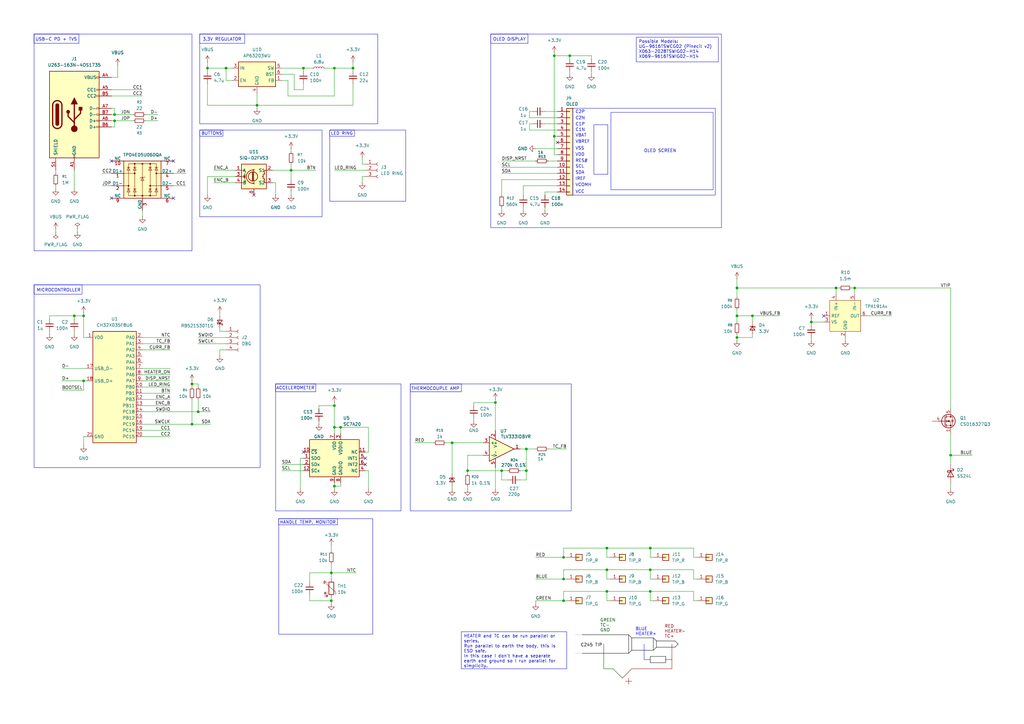
<source format=kicad_sch>
(kicad_sch
	(version 20250114)
	(generator "eeschema")
	(generator_version "9.0")
	(uuid "7095b018-eac3-4b01-b374-28e3216c4fd8")
	(paper "A3")
	
	(rectangle
		(start 113.03 157.48)
		(end 164.465 209.55)
		(stroke
			(width 0)
			(type default)
		)
		(fill
			(type none)
		)
		(uuid 25f66d05-38b5-4a17-99c1-8cad2c92cd3e)
	)
	(rectangle
		(start 13.97 13.97)
		(end 78.74 102.87)
		(stroke
			(width 0)
			(type default)
		)
		(fill
			(type none)
		)
		(uuid 34cfca7f-b72a-4261-a704-f33e6bc4b279)
	)
	(rectangle
		(start 113.03 157.48)
		(end 129.54 160.655)
		(stroke
			(width 0)
			(type default)
		)
		(fill
			(type none)
		)
		(uuid 37b1d202-d0af-4356-9cea-c5377ffdf5c6)
	)
	(rectangle
		(start 168.275 157.48)
		(end 189.23 160.655)
		(stroke
			(width 0)
			(type default)
		)
		(fill
			(type none)
		)
		(uuid 411456a7-808a-4a99-b2e7-4b00b0660778)
	)
	(rectangle
		(start 81.915 53.34)
		(end 91.44 55.88)
		(stroke
			(width 0)
			(type default)
		)
		(fill
			(type none)
		)
		(uuid 51756553-69aa-4f9f-a31a-a60fa2c78053)
	)
	(rectangle
		(start 135.255 53.34)
		(end 166.37 82.55)
		(stroke
			(width 0)
			(type default)
		)
		(fill
			(type none)
		)
		(uuid 7ca7d888-0de2-4ee4-9e02-bce99f6c7310)
	)
	(rectangle
		(start 13.97 116.84)
		(end 33.655 120.65)
		(stroke
			(width 0)
			(type default)
		)
		(fill
			(type none)
		)
		(uuid 7d5ee34c-3c30-4116-b034-575f8f5cbca0)
	)
	(rectangle
		(start 81.915 53.34)
		(end 132.08 88.9)
		(stroke
			(width 0)
			(type default)
		)
		(fill
			(type none)
		)
		(uuid 9c119ec4-7162-4594-9de4-9af2e8ac3469)
	)
	(rectangle
		(start 81.915 13.97)
		(end 100.33 17.78)
		(stroke
			(width 0)
			(type default)
		)
		(fill
			(type none)
		)
		(uuid 9d5c2b83-1ad1-4eb5-9c00-115d7cfbb819)
	)
	(rectangle
		(start 168.275 157.48)
		(end 234.315 209.55)
		(stroke
			(width 0)
			(type default)
		)
		(fill
			(type none)
		)
		(uuid a57dfd79-f7b7-44cf-be58-21e0757161fa)
	)
	(rectangle
		(start 13.97 116.84)
		(end 106.68 191.77)
		(stroke
			(width 0)
			(type default)
		)
		(fill
			(type none)
		)
		(uuid a66c837f-d550-4ad5-b67a-1a34b6eaed03)
	)
	(rectangle
		(start 250.571 46.101)
		(end 292.481 77.851)
		(stroke
			(width 0)
			(type default)
		)
		(fill
			(type none)
		)
		(uuid b323df54-646c-4c42-ac5d-c702f5da28df)
	)
	(rectangle
		(start 13.97 13.97)
		(end 32.385 17.78)
		(stroke
			(width 0)
			(type default)
		)
		(fill
			(type none)
		)
		(uuid b41c86f7-a703-4da7-9c7c-3d6f2dbdab0b)
	)
	(rectangle
		(start 114.3 212.725)
		(end 138.43 215.265)
		(stroke
			(width 0)
			(type default)
		)
		(fill
			(type none)
		)
		(uuid b798fff3-5d10-4e4c-948c-461a0845de52)
	)
	(rectangle
		(start 135.255 53.34)
		(end 145.415 55.88)
		(stroke
			(width 0)
			(type default)
		)
		(fill
			(type none)
		)
		(uuid bb60d903-b4fc-4579-917b-d8b1327cda5c)
	)
	(rectangle
		(start 234.95 44.45)
		(end 293.37 80.01)
		(stroke
			(width 0)
			(type default)
		)
		(fill
			(type none)
		)
		(uuid c7ed09f4-c5b0-447c-8527-2fd1a9942fc7)
	)
	(rectangle
		(start 201.295 13.97)
		(end 295.91 93.345)
		(stroke
			(width 0)
			(type default)
		)
		(fill
			(type none)
		)
		(uuid c86b0301-7b25-4d55-b6bd-bf1af0f3ea13)
	)
	(rectangle
		(start 243.586 51.181)
		(end 249.301 71.501)
		(stroke
			(width 0)
			(type default)
		)
		(fill
			(type none)
		)
		(uuid cc173c2c-4802-4b85-8dc1-c0ed1e2586ae)
	)
	(rectangle
		(start 81.915 13.97)
		(end 154.94 50.8)
		(stroke
			(width 0)
			(type default)
		)
		(fill
			(type none)
		)
		(uuid d5e44070-3c31-4662-9265-15546dcb33a9)
	)
	(rectangle
		(start 114.3 212.725)
		(end 152.908 260.096)
		(stroke
			(width 0)
			(type default)
		)
		(fill
			(type none)
		)
		(uuid dc78faa3-7706-462b-aff1-ea2259b8957d)
	)
	(rectangle
		(start 201.295 13.97)
		(end 216.535 17.78)
		(stroke
			(width 0)
			(type default)
		)
		(fill
			(type none)
		)
		(uuid df873f2f-b2dc-4231-b391-da9722f3ee43)
	)
	(text "RED\nHEATER-\nTC+"
		(exclude_from_sim no)
		(at 272.542 259.08 0)
		(effects
			(font
				(size 1.27 1.27)
				(color 132 0 0 1)
			)
			(justify left)
		)
		(uuid "074f802c-7871-4a94-9d0f-a3c07209b08e")
	)
	(text "3.3V REGULATOR"
		(exclude_from_sim no)
		(at 83.058 16.256 0)
		(effects
			(font
				(size 1.27 1.27)
			)
			(justify left)
		)
		(uuid "270c64e9-acc9-4bdf-adf9-51e85a7cfae3")
	)
	(text "C2N"
		(exclude_from_sim no)
		(at 235.966 48.514 0)
		(effects
			(font
				(size 1.27 1.27)
			)
			(justify left)
		)
		(uuid "303735e4-f194-4e97-9ddd-7741146e5965")
	)
	(text "USB-C PD + TVS"
		(exclude_from_sim no)
		(at 14.478 16.256 0)
		(effects
			(font
				(size 1.27 1.27)
			)
			(justify left)
		)
		(uuid "3b53ae36-2320-46df-8526-8d2b0e4cd267")
	)
	(text "BUTTONS"
		(exclude_from_sim no)
		(at 82.55 54.864 0)
		(effects
			(font
				(size 1.27 1.27)
			)
			(justify left)
		)
		(uuid "4ff0d853-92f6-4f02-aa33-1f252be5ef75")
	)
	(text "SCL"
		(exclude_from_sim no)
		(at 235.966 68.326 0)
		(effects
			(font
				(size 1.27 1.27)
			)
			(justify left)
		)
		(uuid "63c62cf3-4266-478a-9f68-199034fe5d8b")
	)
	(text "RES#"
		(exclude_from_sim no)
		(at 235.966 66.04 0)
		(effects
			(font
				(size 1.27 1.27)
			)
			(justify left)
		)
		(uuid "6ce3c0b9-bb73-4f4d-8996-df06398c02e3")
	)
	(text "C1P"
		(exclude_from_sim no)
		(at 235.966 51.054 0)
		(effects
			(font
				(size 1.27 1.27)
			)
			(justify left)
		)
		(uuid "6d196f00-fda4-408a-b16f-63e268646b7a")
	)
	(text "ACCELEROMETER"
		(exclude_from_sim no)
		(at 121.158 159.258 0)
		(effects
			(font
				(size 1.27 1.27)
			)
		)
		(uuid "6d3cce01-49eb-4036-848c-880563d726ff")
	)
	(text "IREF"
		(exclude_from_sim no)
		(at 235.966 73.406 0)
		(effects
			(font
				(size 1.27 1.27)
			)
			(justify left)
		)
		(uuid "78269562-db7d-4f9c-9409-11de08793bfa")
	)
	(text "BLUE\nHEATER+"
		(exclude_from_sim no)
		(at 260.604 259.08 0)
		(effects
			(font
				(size 1.27 1.27)
				(color 0 0 255 1)
			)
			(justify left)
		)
		(uuid "7cd917a9-991f-405e-b4ad-1658a33b6480")
	)
	(text "C1N"
		(exclude_from_sim no)
		(at 235.966 53.34 0)
		(effects
			(font
				(size 1.27 1.27)
			)
			(justify left)
		)
		(uuid "86eaf89d-7735-48bc-8adf-2c6d7e1c9267")
	)
	(text "C2P"
		(exclude_from_sim no)
		(at 235.966 45.974 0)
		(effects
			(font
				(size 1.27 1.27)
			)
			(justify left)
		)
		(uuid "88767c22-62f5-491f-8191-e622ce50d549")
	)
	(text "VDD"
		(exclude_from_sim no)
		(at 235.966 63.5 0)
		(effects
			(font
				(size 1.27 1.27)
			)
			(justify left)
		)
		(uuid "98ea20d6-f789-4c9a-9d2d-ddf9c4e55ce3")
	)
	(text "HANDLE TEMP. MONITOR"
		(exclude_from_sim no)
		(at 126.238 214.376 0)
		(effects
			(font
				(size 1.27 1.27)
			)
		)
		(uuid "9cf9be48-0da6-4698-b802-905b4321ec7e")
	)
	(text "OLED SCREEN"
		(exclude_from_sim no)
		(at 270.764 61.976 0)
		(effects
			(font
				(size 1.27 1.27)
			)
		)
		(uuid "a7d4d929-dbaa-411d-a847-37e4617db2b8")
	)
	(text "VCC"
		(exclude_from_sim no)
		(at 235.966 78.74 0)
		(effects
			(font
				(size 1.27 1.27)
			)
			(justify left)
		)
		(uuid "c0b5be38-ee7a-4c62-b666-9455a24b9bdf")
	)
	(text "SDA"
		(exclude_from_sim no)
		(at 235.966 70.866 0)
		(effects
			(font
				(size 1.27 1.27)
			)
			(justify left)
		)
		(uuid "d1f23843-c159-4734-816f-e3ebdc7225d4")
	)
	(text "VBREF"
		(exclude_from_sim no)
		(at 235.966 58.166 0)
		(effects
			(font
				(size 1.27 1.27)
			)
			(justify left)
		)
		(uuid "dc92fbc2-eb7d-47ac-891e-6de1528c9506")
	)
	(text "OLED DISPLAY"
		(exclude_from_sim no)
		(at 202.184 16.256 0)
		(effects
			(font
				(size 1.27 1.27)
			)
			(justify left)
		)
		(uuid "e1182865-9cf6-484e-b369-4d8124243a24")
	)
	(text "VBAT"
		(exclude_from_sim no)
		(at 235.966 55.626 0)
		(effects
			(font
				(size 1.27 1.27)
			)
			(justify left)
		)
		(uuid "e5136794-6a5a-4728-b4d0-e47266a8ec2c")
	)
	(text "VSS"
		(exclude_from_sim no)
		(at 235.966 60.96 0)
		(effects
			(font
				(size 1.27 1.27)
			)
			(justify left)
		)
		(uuid "e5277a5c-1568-43ec-ab65-5c403a9ddad3")
	)
	(text "VCOMH"
		(exclude_from_sim no)
		(at 235.966 75.946 0)
		(effects
			(font
				(size 1.27 1.27)
			)
			(justify left)
		)
		(uuid "e677c7ab-e79d-4a1c-8a88-4a56ca5d6b79")
	)
	(text "THERMOCOUPLE AMP"
		(exclude_from_sim no)
		(at 178.562 159.512 0)
		(effects
			(font
				(size 1.27 1.27)
			)
		)
		(uuid "e865e2d4-df9a-47d7-8bc3-1d543675c813")
	)
	(text "LED RING"
		(exclude_from_sim no)
		(at 140.208 54.864 0)
		(effects
			(font
				(size 1.27 1.27)
			)
		)
		(uuid "eebaafe7-13f6-4495-a884-67f3bb5c6ce1")
	)
	(text "MICROCONTROLLER"
		(exclude_from_sim no)
		(at 14.986 119.126 0)
		(effects
			(font
				(size 1.27 1.27)
			)
			(justify left)
		)
		(uuid "f4202bbd-17db-406a-9b6f-417fe43fdaab")
	)
	(text "C245 TIP"
		(exclude_from_sim no)
		(at 242.57 264.668 0)
		(effects
			(font
				(size 1.27 1.27)
				(color 0 0 0 1)
			)
		)
		(uuid "f5ebd9e6-7e85-4295-b1df-1fb1b0a60676")
	)
	(text "GREEN\nTC-\nGND"
		(exclude_from_sim no)
		(at 246.126 256.54 0)
		(effects
			(font
				(size 1.27 1.27)
				(color 0 72 0 1)
			)
			(justify left)
		)
		(uuid "fe22e110-b1c7-4e37-9dd2-ed4186183ab8")
	)
	(text_box "Possible Models:\nUG-9616TSWCG02 (Pinecil v2)\nX063-2028TSWIG02-H14\nX069-9616TSWIG02-H14"
		(exclude_from_sim no)
		(at 260.985 15.24 0)
		(size 33.655 10.16)
		(margins 0.9525 0.9525 0.9525 0.9525)
		(stroke
			(width 0)
			(type solid)
		)
		(fill
			(type none)
		)
		(effects
			(font
				(size 1.27 1.27)
			)
			(justify left top)
		)
		(uuid "aff1d92e-7948-41af-95d4-eec0b0d11729")
	)
	(text_box "HEATER and TC can be run parallel or series.\nRun parallel to earth the body, this is ESD safe.\nIn this case I don't have a separate earth and ground so I run parallel for simplicity."
		(exclude_from_sim no)
		(at 189.23 259.08 0)
		(size 43.18 15.24)
		(margins 0.9525 0.9525 0.9525 0.9525)
		(stroke
			(width 0)
			(type solid)
		)
		(fill
			(type none)
		)
		(effects
			(font
				(size 1.27 1.27)
			)
			(justify left top)
		)
		(uuid "f24e07f6-dab3-4874-a162-57756a4a0cb0")
	)
	(junction
		(at 81.28 168.91)
		(diameter 0)
		(color 0 0 0 0)
		(uuid "0376124e-fe7a-4814-987e-238a633a55c8")
	)
	(junction
		(at 124.46 27.94)
		(diameter 0)
		(color 0 0 0 0)
		(uuid "0acd8611-5527-40f7-90a3-5c60d1adc1d0")
	)
	(junction
		(at 350.52 118.11)
		(diameter 0)
		(color 0 0 0 0)
		(uuid "1a97976b-dfb2-4683-a36c-95b1ecc6d489")
	)
	(junction
		(at 266.7 233.68)
		(diameter 0)
		(color 0 0 0 0)
		(uuid "1e78fea4-f170-467b-a37a-22058bb36a6d")
	)
	(junction
		(at 231.14 237.49)
		(diameter 0)
		(color 0 0 0 0)
		(uuid "284f32c2-769a-4bc4-b2f0-a7c3e5ae68d6")
	)
	(junction
		(at 332.74 132.08)
		(diameter 0)
		(color 0 0 0 0)
		(uuid "2b9858fc-d565-4568-9ced-4f85b3261fac")
	)
	(junction
		(at 266.7 224.79)
		(diameter 0)
		(color 0 0 0 0)
		(uuid "3303fd32-4b4a-445d-bddd-01abf0d9be1e")
	)
	(junction
		(at 203.2 165.1)
		(diameter 0)
		(color 0 0 0 0)
		(uuid "3f9bcc33-18ad-48ec-8047-f514eddb9bd3")
	)
	(junction
		(at 266.7 242.57)
		(diameter 0)
		(color 0 0 0 0)
		(uuid "3ff58bdd-622b-46e9-99a2-8eca2ca30783")
	)
	(junction
		(at 389.89 186.69)
		(diameter 0)
		(color 0 0 0 0)
		(uuid "40073d49-3f44-4af7-a787-657ab510a928")
	)
	(junction
		(at 191.77 193.04)
		(diameter 0)
		(color 0 0 0 0)
		(uuid "4793f579-9960-4fea-a983-16516b9a6a74")
	)
	(junction
		(at 30.48 129.54)
		(diameter 0)
		(color 0 0 0 0)
		(uuid "4a00e859-a3fe-467b-8ce9-def1b4a6bc1d")
	)
	(junction
		(at 231.14 228.6)
		(diameter 0)
		(color 0 0 0 0)
		(uuid "4e000b4e-efac-4699-be88-c8c4a1e11b0e")
	)
	(junction
		(at 137.16 27.94)
		(diameter 0)
		(color 0 0 0 0)
		(uuid "4e457d4d-37fd-4b51-a420-85ebb8dc04c5")
	)
	(junction
		(at 302.26 138.43)
		(diameter 0)
		(color 0 0 0 0)
		(uuid "5356a73a-34f6-4489-9bec-01ccee3dfe09")
	)
	(junction
		(at 137.16 175.26)
		(diameter 0)
		(color 0 0 0 0)
		(uuid "589eff9d-eed1-4df5-98d6-26b7c768b426")
	)
	(junction
		(at 46.99 49.53)
		(diameter 0)
		(color 0 0 0 0)
		(uuid "5e8d1cf7-167e-4030-9f28-7c115ea5395b")
	)
	(junction
		(at 248.92 233.68)
		(diameter 0)
		(color 0 0 0 0)
		(uuid "5ea4f1af-29c5-41cd-b15b-81097d2b6427")
	)
	(junction
		(at 227.33 55.88)
		(diameter 0)
		(color 0 0 0 0)
		(uuid "5fbb3de9-86ee-49ad-a284-eb55f1cc692a")
	)
	(junction
		(at 342.9 118.11)
		(diameter 0)
		(color 0 0 0 0)
		(uuid "5feb41b2-1973-47b7-a124-0b6e2628d43d")
	)
	(junction
		(at 248.92 242.57)
		(diameter 0)
		(color 0 0 0 0)
		(uuid "64f8ff53-fd25-4945-b8a5-64153356f23e")
	)
	(junction
		(at 308.61 129.54)
		(diameter 0)
		(color 0 0 0 0)
		(uuid "72a3e6ce-0be8-4ce5-948e-b5935f1538fc")
	)
	(junction
		(at 233.68 22.86)
		(diameter 0)
		(color 0 0 0 0)
		(uuid "73b54f8a-8892-4f5c-ad2f-0a2e6cc384c3")
	)
	(junction
		(at 34.29 129.54)
		(diameter 0)
		(color 0 0 0 0)
		(uuid "7463436f-e839-4ea2-a4bf-81f122061b20")
	)
	(junction
		(at 205.74 193.04)
		(diameter 0)
		(color 0 0 0 0)
		(uuid "77d052f3-f174-4ac4-b7f3-74fd8cd4f0e2")
	)
	(junction
		(at 78.74 157.48)
		(diameter 0)
		(color 0 0 0 0)
		(uuid "81607e46-ed60-4e7b-900a-af756b50d9d4")
	)
	(junction
		(at 137.16 166.37)
		(diameter 0)
		(color 0 0 0 0)
		(uuid "84b1d133-5555-4f34-9259-4c4a00397909")
	)
	(junction
		(at 215.9 193.04)
		(diameter 0)
		(color 0 0 0 0)
		(uuid "879d8513-8c12-4c71-805b-cfd0566ce6a8")
	)
	(junction
		(at 34.29 156.21)
		(diameter 0)
		(color 0 0 0 0)
		(uuid "89bcf90e-9038-4def-8280-30d23811eeb8")
	)
	(junction
		(at 227.33 22.86)
		(diameter 0)
		(color 0 0 0 0)
		(uuid "9531702c-c6a6-4297-8a10-64a5c6fc90b3")
	)
	(junction
		(at 135.89 246.38)
		(diameter 0)
		(color 0 0 0 0)
		(uuid "9ba723fb-78b5-4d72-ae3c-94d59ceb7ba3")
	)
	(junction
		(at 302.26 118.11)
		(diameter 0)
		(color 0 0 0 0)
		(uuid "a3b1ebda-28bf-4cca-a91f-ab0720e0e5f5")
	)
	(junction
		(at 215.9 184.15)
		(diameter 0)
		(color 0 0 0 0)
		(uuid "aff6f7cf-f995-4965-9b70-2f6e1afd3257")
	)
	(junction
		(at 302.26 129.54)
		(diameter 0)
		(color 0 0 0 0)
		(uuid "b257f578-3f04-4267-ba31-62cb9e7e56e2")
	)
	(junction
		(at 185.42 181.61)
		(diameter 0)
		(color 0 0 0 0)
		(uuid "be519101-b7e2-4e85-bc0c-866a0a6fdb77")
	)
	(junction
		(at 135.89 234.95)
		(diameter 0)
		(color 0 0 0 0)
		(uuid "c4f19431-f823-4a18-902b-e25529b1c304")
	)
	(junction
		(at 144.78 27.94)
		(diameter 0)
		(color 0 0 0 0)
		(uuid "caa23b1a-fb60-423d-84ed-a4ec6bda7dc1")
	)
	(junction
		(at 78.74 173.99)
		(diameter 0)
		(color 0 0 0 0)
		(uuid "cb369bbe-c983-4f03-86f5-9ab8b3b58edd")
	)
	(junction
		(at 119.38 69.85)
		(diameter 0)
		(color 0 0 0 0)
		(uuid "cbfb9910-a9c3-4d1d-beaf-ad4934f7e32e")
	)
	(junction
		(at 105.41 43.18)
		(diameter 0)
		(color 0 0 0 0)
		(uuid "d049456d-20ee-4308-a384-c295c5fb64a1")
	)
	(junction
		(at 137.16 199.39)
		(diameter 0)
		(color 0 0 0 0)
		(uuid "d3c0ec6c-e13a-496a-ad1c-ba60afc46b96")
	)
	(junction
		(at 46.99 46.99)
		(diameter 0)
		(color 0 0 0 0)
		(uuid "d3cb3929-1383-43bf-9aa0-8d6179547879")
	)
	(junction
		(at 92.71 27.94)
		(diameter 0)
		(color 0 0 0 0)
		(uuid "e80bc681-7695-43f3-a2bd-d411c7e86409")
	)
	(junction
		(at 231.14 246.38)
		(diameter 0)
		(color 0 0 0 0)
		(uuid "ea75d511-588c-4431-8d03-5392322d567d")
	)
	(junction
		(at 139.7 175.26)
		(diameter 0)
		(color 0 0 0 0)
		(uuid "ea9ea449-1699-40d7-8a1c-89a1d2111f96")
	)
	(junction
		(at 248.92 224.79)
		(diameter 0)
		(color 0 0 0 0)
		(uuid "ebd518cf-54ce-4d1f-b736-386303c84246")
	)
	(junction
		(at 85.09 27.94)
		(diameter 0)
		(color 0 0 0 0)
		(uuid "f1df4cab-d95d-4e21-b204-cc5686c3ccd2")
	)
	(no_connect
		(at 337.82 129.54)
		(uuid "06611bec-51b6-46da-9687-f0c27668a583")
	)
	(no_connect
		(at 149.86 187.96)
		(uuid "12b81ef0-4fba-4b2f-98fa-a2180c0447e2")
	)
	(no_connect
		(at 149.86 190.5)
		(uuid "2b4977a8-0f21-4fec-84e4-4c603e997be4")
	)
	(no_connect
		(at 71.12 81.28)
		(uuid "46b4ccbc-24ab-4899-8505-9a1bc9336197")
	)
	(no_connect
		(at 45.72 66.04)
		(uuid "613b3790-5218-413f-a343-e26aa4ea4b95")
	)
	(no_connect
		(at 228.6 58.42)
		(uuid "8d801d13-32fe-4e34-8cc5-b8a86a497023")
	)
	(no_connect
		(at 124.46 185.42)
		(uuid "bb17c601-45a1-4eb6-aaaf-eada3efdd523")
	)
	(no_connect
		(at 45.72 81.28)
		(uuid "c9b41e3a-80a4-4410-be4c-91975e86700a")
	)
	(no_connect
		(at 104.14 80.01)
		(uuid "d8cbb7b8-f348-43ed-b12a-7c884625729d")
	)
	(no_connect
		(at 71.12 66.04)
		(uuid "e9fc4535-1911-4390-b5e2-c282d53c9319")
	)
	(polyline
		(pts
			(xy 269.24 265.43) (xy 267.97 266.7)
		)
		(stroke
			(width 0)
			(type default)
			(color 0 0 0 1)
		)
		(uuid "026bb0ed-6072-40a3-95a7-f0b0e5bb9f80")
	)
	(wire
		(pts
			(xy 144.78 25.4) (xy 144.78 27.94)
		)
		(stroke
			(width 0)
			(type default)
		)
		(uuid "0280334b-627a-4233-a676-012a207d9298")
	)
	(wire
		(pts
			(xy 123.19 187.96) (xy 124.46 187.96)
		)
		(stroke
			(width 0)
			(type default)
		)
		(uuid "03f9526b-c252-4cea-a8ec-81306ff6df76")
	)
	(wire
		(pts
			(xy 41.91 76.2) (xy 45.72 76.2)
		)
		(stroke
			(width 0)
			(type default)
		)
		(uuid "057a48eb-9b1d-42a5-bf44-6985b9321748")
	)
	(wire
		(pts
			(xy 227.33 55.88) (xy 228.6 55.88)
		)
		(stroke
			(width 0)
			(type default)
		)
		(uuid "06a39b25-e5c0-48bf-8f66-6ff9e46efda7")
	)
	(polyline
		(pts
			(xy 275.59 270.51) (xy 273.05 270.51)
		)
		(stroke
			(width 0)
			(type solid)
			(color 132 0 0 1)
		)
		(uuid "07b98816-3d51-4f72-b198-7c04ddd02a60")
	)
	(wire
		(pts
			(xy 115.57 193.04) (xy 124.46 193.04)
		)
		(stroke
			(width 0)
			(type default)
		)
		(uuid "093a4bfc-aabd-4586-948a-1580d9afeffa")
	)
	(wire
		(pts
			(xy 45.72 36.83) (xy 58.42 36.83)
		)
		(stroke
			(width 0)
			(type default)
		)
		(uuid "098337dc-d67f-4f92-9e59-aa0530495823")
	)
	(wire
		(pts
			(xy 284.48 228.6) (xy 285.75 228.6)
		)
		(stroke
			(width 0)
			(type default)
		)
		(uuid "0b3b1be4-2c7f-47f2-886c-9ff27992e090")
	)
	(polyline
		(pts
			(xy 236.22 260.35) (xy 238.76 260.35)
		)
		(stroke
			(width 0)
			(type dot)
			(color 0 0 0 1)
		)
		(uuid "0bebbeb1-bed0-4084-8b40-7ac03a835cd7")
	)
	(wire
		(pts
			(xy 85.09 34.29) (xy 85.09 43.18)
		)
		(stroke
			(width 0)
			(type default)
		)
		(uuid "0d1da041-1604-484f-8588-64418e6780df")
	)
	(polyline
		(pts
			(xy 266.7 269.24) (xy 266.7 271.78)
		)
		(stroke
			(width 0)
			(type solid)
			(color 0 0 0 1)
		)
		(uuid "0e087217-7caf-4ae9-80d3-cf5e99ccbd9c")
	)
	(wire
		(pts
			(xy 78.74 157.48) (xy 81.28 157.48)
		)
		(stroke
			(width 0)
			(type default)
		)
		(uuid "0e2e8ef7-9967-4f2a-a391-35d57131fb71")
	)
	(wire
		(pts
			(xy 248.92 224.79) (xy 266.7 224.79)
		)
		(stroke
			(width 0)
			(type default)
		)
		(uuid "0ea3b0f9-9010-4b04-86d3-c4830ab1836d")
	)
	(wire
		(pts
			(xy 127 234.95) (xy 135.89 234.95)
		)
		(stroke
			(width 0)
			(type default)
		)
		(uuid "0f8627da-dc1e-4504-acfc-120e3647c5b5")
	)
	(wire
		(pts
			(xy 58.42 158.75) (xy 69.85 158.75)
		)
		(stroke
			(width 0)
			(type default)
		)
		(uuid "0f968ad1-38fa-43f3-a9ca-eaab57060db2")
	)
	(wire
		(pts
			(xy 214.63 85.09) (xy 214.63 86.36)
		)
		(stroke
			(width 0)
			(type default)
		)
		(uuid "0fdf5b0f-14a7-4ff5-aee8-91dcf3e80430")
	)
	(polyline
		(pts
			(xy 276.86 262.89) (xy 278.13 264.16)
		)
		(stroke
			(width 0)
			(type default)
			(color 0 0 0 1)
		)
		(uuid "0ffc5971-b130-492f-a7ea-ccd3781d517b")
	)
	(wire
		(pts
			(xy 302.26 127) (xy 302.26 129.54)
		)
		(stroke
			(width 0)
			(type default)
		)
		(uuid "10b7f4bb-8e85-4f50-bd94-98083d6c2f27")
	)
	(wire
		(pts
			(xy 191.77 193.04) (xy 191.77 186.69)
		)
		(stroke
			(width 0)
			(type default)
		)
		(uuid "12f02fb2-28a7-4766-ae13-424545151178")
	)
	(wire
		(pts
			(xy 137.16 175.26) (xy 137.16 177.8)
		)
		(stroke
			(width 0)
			(type default)
		)
		(uuid "135c080a-b87a-42f2-bd23-e8f54c5ee6c7")
	)
	(wire
		(pts
			(xy 148.59 74.93) (xy 148.59 72.39)
		)
		(stroke
			(width 0)
			(type default)
		)
		(uuid "13a8fbae-4055-4538-a775-7561035458e6")
	)
	(wire
		(pts
			(xy 191.77 193.04) (xy 205.74 193.04)
		)
		(stroke
			(width 0)
			(type default)
		)
		(uuid "13e7537a-edd6-43d5-8bb0-f6eb3d491016")
	)
	(wire
		(pts
			(xy 308.61 138.43) (xy 302.26 138.43)
		)
		(stroke
			(width 0)
			(type default)
		)
		(uuid "13fdc45e-79a2-4146-a607-12db049e38ab")
	)
	(wire
		(pts
			(xy 215.9 193.04) (xy 215.9 184.15)
		)
		(stroke
			(width 0)
			(type default)
		)
		(uuid "1427c6b1-5293-499b-9663-f54121cc8ca4")
	)
	(wire
		(pts
			(xy 48.26 31.75) (xy 48.26 26.67)
		)
		(stroke
			(width 0)
			(type default)
		)
		(uuid "14b83c6b-fa77-4ec1-b020-d89f490dd1db")
	)
	(wire
		(pts
			(xy 87.63 69.85) (xy 96.52 69.85)
		)
		(stroke
			(width 0)
			(type default)
		)
		(uuid "15d75b7e-53c1-4b3b-bead-3e9845084cb1")
	)
	(wire
		(pts
			(xy 203.2 163.83) (xy 203.2 165.1)
		)
		(stroke
			(width 0)
			(type default)
		)
		(uuid "16a235b6-6479-41c3-934b-5990cd87fafe")
	)
	(wire
		(pts
			(xy 227.33 55.88) (xy 227.33 63.5)
		)
		(stroke
			(width 0)
			(type default)
		)
		(uuid "16a6ad92-1a6b-4d2b-93f1-5652f5947dbb")
	)
	(wire
		(pts
			(xy 231.14 228.6) (xy 232.41 228.6)
		)
		(stroke
			(width 0)
			(type default)
		)
		(uuid "17df628e-6e1c-4007-bf79-a6f4989ca29e")
	)
	(wire
		(pts
			(xy 45.72 52.07) (xy 46.99 52.07)
		)
		(stroke
			(width 0)
			(type default)
		)
		(uuid "18438b3a-827e-4972-b4d2-e39627126fd2")
	)
	(polyline
		(pts
			(xy 255.27 260.35) (xy 257.81 260.35)
		)
		(stroke
			(width 0)
			(type default)
			(color 0 0 0 1)
		)
		(uuid "185695dd-6d7c-4a99-817d-9d7e560e285b")
	)
	(wire
		(pts
			(xy 58.42 153.67) (xy 69.85 153.67)
		)
		(stroke
			(width 0)
			(type default)
		)
		(uuid "185cc638-609c-4acf-9a83-434d47f9bece")
	)
	(wire
		(pts
			(xy 248.92 228.6) (xy 250.19 228.6)
		)
		(stroke
			(width 0)
			(type default)
		)
		(uuid "186284b8-bd67-4889-90c2-387a38831a45")
	)
	(wire
		(pts
			(xy 231.14 242.57) (xy 248.92 242.57)
		)
		(stroke
			(width 0)
			(type default)
		)
		(uuid "19a14244-1aa6-4e39-a21f-a4b520ce6566")
	)
	(wire
		(pts
			(xy 90.17 135.89) (xy 92.71 135.89)
		)
		(stroke
			(width 0)
			(type default)
		)
		(uuid "1b5db70b-c75a-47b9-9005-1a033afb345d")
	)
	(wire
		(pts
			(xy 127 246.38) (xy 127 243.84)
		)
		(stroke
			(width 0)
			(type default)
		)
		(uuid "1b9cd177-a46a-4a5a-81a3-e55bb87811dd")
	)
	(polyline
		(pts
			(xy 264.16 264.16) (xy 264.16 270.51)
		)
		(stroke
			(width 0)
			(type solid)
			(color 0 0 255 1)
		)
		(uuid "1ba11ea6-79fc-470e-8095-8fd6d151a60b")
	)
	(wire
		(pts
			(xy 58.42 166.37) (xy 69.85 166.37)
		)
		(stroke
			(width 0)
			(type default)
		)
		(uuid "1c31a3a0-71be-4869-aecb-fe7720f70370")
	)
	(wire
		(pts
			(xy 266.7 246.38) (xy 267.97 246.38)
		)
		(stroke
			(width 0)
			(type default)
		)
		(uuid "1cf9f715-8924-4551-8321-2cb14bcb7a4b")
	)
	(polyline
		(pts
			(xy 247.65 264.16) (xy 247.65 274.32)
		)
		(stroke
			(width 0)
			(type solid)
			(color 0 72 0 1)
		)
		(uuid "1d759bc9-3b87-4396-975b-76eb784a4ee5")
	)
	(wire
		(pts
			(xy 95.25 27.94) (xy 92.71 27.94)
		)
		(stroke
			(width 0)
			(type default)
		)
		(uuid "202f5003-0a48-4fcb-962b-eb5d0b2eea8c")
	)
	(wire
		(pts
			(xy 231.14 237.49) (xy 231.14 233.68)
		)
		(stroke
			(width 0)
			(type default)
		)
		(uuid "208cd2f2-adb5-4a75-b940-1381a809b269")
	)
	(wire
		(pts
			(xy 105.41 43.18) (xy 144.78 43.18)
		)
		(stroke
			(width 0)
			(type default)
		)
		(uuid "228d2b28-0e5e-4a0f-9a64-60ca034456d5")
	)
	(wire
		(pts
			(xy 22.86 69.85) (xy 22.86 71.12)
		)
		(stroke
			(width 0)
			(type default)
		)
		(uuid "22ceb097-bc74-4764-aecd-0b980944d711")
	)
	(wire
		(pts
			(xy 231.14 224.79) (xy 231.14 228.6)
		)
		(stroke
			(width 0)
			(type default)
		)
		(uuid "24d72d9c-7088-49fe-b9b0-0f36f49c22e7")
	)
	(wire
		(pts
			(xy 284.48 246.38) (xy 285.75 246.38)
		)
		(stroke
			(width 0)
			(type default)
		)
		(uuid "2616a777-c896-4d19-9dd1-44f1b40faa16")
	)
	(wire
		(pts
			(xy 266.7 237.49) (xy 267.97 237.49)
		)
		(stroke
			(width 0)
			(type default)
		)
		(uuid "28258bd8-18c4-469b-be71-ef9ab42f0cf4")
	)
	(wire
		(pts
			(xy 208.28 196.85) (xy 205.74 196.85)
		)
		(stroke
			(width 0)
			(type default)
		)
		(uuid "28f9a714-ce47-4a87-9eba-39a2e1e51e21")
	)
	(wire
		(pts
			(xy 137.16 39.37) (xy 118.11 39.37)
		)
		(stroke
			(width 0)
			(type default)
		)
		(uuid "296133f5-2a32-47e9-994c-67f3c4c032fa")
	)
	(polyline
		(pts
			(xy 275.59 264.16) (xy 275.59 270.51)
		)
		(stroke
			(width 0)
			(type solid)
			(color 132 0 0 1)
		)
		(uuid "2986f712-090f-47d7-9d1c-d91842ebf259")
	)
	(wire
		(pts
			(xy 248.92 242.57) (xy 266.7 242.57)
		)
		(stroke
			(width 0)
			(type default)
		)
		(uuid "29f41644-402c-4df3-aa82-716fe9752efd")
	)
	(wire
		(pts
			(xy 46.99 44.45) (xy 46.99 46.99)
		)
		(stroke
			(width 0)
			(type default)
		)
		(uuid "2b6c7f04-a093-4524-90eb-496f9f787527")
	)
	(polyline
		(pts
			(xy 273.05 270.51) (xy 273.05 269.24)
		)
		(stroke
			(width 0)
			(type solid)
			(color 0 0 0 1)
		)
		(uuid "2c47bba1-b584-4271-bdfb-c24c01ea95ec")
	)
	(wire
		(pts
			(xy 205.74 73.66) (xy 205.74 80.01)
		)
		(stroke
			(width 0)
			(type default)
		)
		(uuid "2c6750b6-74c7-4d32-8f14-8af4353a5366")
	)
	(wire
		(pts
			(xy 231.14 224.79) (xy 248.92 224.79)
		)
		(stroke
			(width 0)
			(type default)
		)
		(uuid "2c6d220a-0a4b-4ff0-96fe-2ee1e16fcd9b")
	)
	(wire
		(pts
			(xy 105.41 43.18) (xy 105.41 44.45)
		)
		(stroke
			(width 0)
			(type default)
		)
		(uuid "2caf9a90-c3fc-4061-b393-2a0dec203c07")
	)
	(wire
		(pts
			(xy 45.72 31.75) (xy 48.26 31.75)
		)
		(stroke
			(width 0)
			(type default)
		)
		(uuid "2f68ac55-2ae3-4fdc-bcfb-21f448f1abfc")
	)
	(wire
		(pts
			(xy 135.89 234.95) (xy 146.05 234.95)
		)
		(stroke
			(width 0)
			(type default)
		)
		(uuid "2f7c8f4f-5718-4ee6-b598-55a2c858af33")
	)
	(wire
		(pts
			(xy 266.7 242.57) (xy 284.48 242.57)
		)
		(stroke
			(width 0)
			(type default)
		)
		(uuid "2fbb547f-23cf-4496-89ab-aa2301b850bd")
	)
	(wire
		(pts
			(xy 137.16 165.1) (xy 137.16 166.37)
		)
		(stroke
			(width 0)
			(type default)
		)
		(uuid "2ff8f590-a0dd-4986-b523-e06c9b3827a0")
	)
	(polyline
		(pts
			(xy 259.08 261.62) (xy 259.08 266.7)
		)
		(stroke
			(width 0)
			(type default)
			(color 0 0 0 1)
		)
		(uuid "2ffefb90-6206-45ca-b57b-84bd29cfce39")
	)
	(polyline
		(pts
			(xy 266.7 261.62) (xy 267.97 261.62)
		)
		(stroke
			(width 0)
			(type default)
			(color 0 0 0 1)
		)
		(uuid "30fd122b-5121-4a83-88df-f8bbacf354a5")
	)
	(wire
		(pts
			(xy 58.42 179.07) (xy 69.85 179.07)
		)
		(stroke
			(width 0)
			(type default)
		)
		(uuid "31a5a27a-16db-4a49-a5fb-95805556c18e")
	)
	(wire
		(pts
			(xy 124.46 36.83) (xy 120.65 36.83)
		)
		(stroke
			(width 0)
			(type default)
		)
		(uuid "326fcbeb-6568-414a-bae2-3482d5ca26c6")
	)
	(wire
		(pts
			(xy 130.81 167.64) (xy 130.81 166.37)
		)
		(stroke
			(width 0)
			(type default)
		)
		(uuid "34170387-03a3-4d7d-9f6a-9db512b2f47f")
	)
	(wire
		(pts
			(xy 92.71 27.94) (xy 85.09 27.94)
		)
		(stroke
			(width 0)
			(type default)
		)
		(uuid "35fc1e6c-2319-48d6-b1ef-3f4c892dc210")
	)
	(wire
		(pts
			(xy 185.42 181.61) (xy 198.12 181.61)
		)
		(stroke
			(width 0)
			(type default)
		)
		(uuid "36f53756-61b8-4225-b3bf-fa4d238d3b1c")
	)
	(wire
		(pts
			(xy 34.29 129.54) (xy 34.29 138.43)
		)
		(stroke
			(width 0)
			(type default)
		)
		(uuid "37760e84-34f3-4903-8420-24fbe82cc7d6")
	)
	(polyline
		(pts
			(xy 257.81 275.59) (xy 255.27 278.13)
		)
		(stroke
			(width 0)
			(type solid)
			(color 132 0 0 1)
		)
		(uuid "37ebe191-502b-4008-ade9-750ab2ba02d7")
	)
	(wire
		(pts
			(xy 85.09 27.94) (xy 85.09 29.21)
		)
		(stroke
			(width 0)
			(type default)
		)
		(uuid "3855a61f-666e-4706-aff6-2793b5d48fb3")
	)
	(wire
		(pts
			(xy 58.42 86.36) (xy 58.42 88.9)
		)
		(stroke
			(width 0)
			(type default)
		)
		(uuid "3884bd08-970a-4525-a7ae-3d118eacfc46")
	)
	(wire
		(pts
			(xy 144.78 29.21) (xy 144.78 27.94)
		)
		(stroke
			(width 0)
			(type default)
		)
		(uuid "3be291d1-3abb-48c6-8d25-0c043a9fcb68")
	)
	(wire
		(pts
			(xy 228.6 53.34) (xy 217.17 53.34)
		)
		(stroke
			(width 0)
			(type default)
		)
		(uuid "3cc74a2e-0fe8-421a-b5ee-daa8e8b3a712")
	)
	(wire
		(pts
			(xy 266.7 233.68) (xy 266.7 237.49)
		)
		(stroke
			(width 0)
			(type default)
		)
		(uuid "3d8111d1-5754-4d6e-a849-470a6bd591a5")
	)
	(wire
		(pts
			(xy 81.28 158.75) (xy 81.28 157.48)
		)
		(stroke
			(width 0)
			(type default)
		)
		(uuid "3e0b80ea-981d-44ea-98ef-2a7e6f6c8ed9")
	)
	(wire
		(pts
			(xy 224.79 66.04) (xy 228.6 66.04)
		)
		(stroke
			(width 0)
			(type default)
		)
		(uuid "3e7e3e9e-2270-4d22-887c-ad05a3264519")
	)
	(wire
		(pts
			(xy 231.14 246.38) (xy 231.14 242.57)
		)
		(stroke
			(width 0)
			(type default)
		)
		(uuid "3fa2d78b-ebb4-4831-a7a1-a277abddf5b5")
	)
	(wire
		(pts
			(xy 59.69 49.53) (xy 64.77 49.53)
		)
		(stroke
			(width 0)
			(type default)
		)
		(uuid "3fb95421-59f4-497f-8b94-8962c1179ed1")
	)
	(wire
		(pts
			(xy 20.32 129.54) (xy 30.48 129.54)
		)
		(stroke
			(width 0)
			(type default)
		)
		(uuid "40920f53-5818-408c-bc37-08872dc5c2db")
	)
	(wire
		(pts
			(xy 151.13 193.04) (xy 151.13 200.66)
		)
		(stroke
			(width 0)
			(type default)
		)
		(uuid "40b028e4-52bf-4d41-b4ef-331b7c9a978e")
	)
	(wire
		(pts
			(xy 185.42 199.39) (xy 185.42 200.66)
		)
		(stroke
			(width 0)
			(type default)
		)
		(uuid "43271041-c5c8-412c-bfdd-5618a8d6f936")
	)
	(wire
		(pts
			(xy 149.86 193.04) (xy 151.13 193.04)
		)
		(stroke
			(width 0)
			(type default)
		)
		(uuid "435771e7-7406-4d64-854d-386effbd573f")
	)
	(wire
		(pts
			(xy 231.14 246.38) (xy 232.41 246.38)
		)
		(stroke
			(width 0)
			(type default)
		)
		(uuid "44421f2e-8ea1-481c-996b-c429ad7430a2")
	)
	(wire
		(pts
			(xy 45.72 39.37) (xy 58.42 39.37)
		)
		(stroke
			(width 0)
			(type default)
		)
		(uuid "44f9df40-5b32-48e7-b548-a32438cf0dfd")
	)
	(wire
		(pts
			(xy 85.09 43.18) (xy 105.41 43.18)
		)
		(stroke
			(width 0)
			(type default)
		)
		(uuid "4565d69f-09cb-47a5-b4c9-ecffd44c036a")
	)
	(wire
		(pts
			(xy 284.48 233.68) (xy 284.48 237.49)
		)
		(stroke
			(width 0)
			(type default)
		)
		(uuid "45840b3e-897d-4e56-aed0-7dd0d960365e")
	)
	(wire
		(pts
			(xy 248.92 233.68) (xy 248.92 237.49)
		)
		(stroke
			(width 0)
			(type default)
		)
		(uuid "4637cb7f-09e0-4c05-b449-63b35a69be90")
	)
	(wire
		(pts
			(xy 233.68 29.21) (xy 233.68 30.48)
		)
		(stroke
			(width 0)
			(type default)
		)
		(uuid "46dd8646-50ac-4ac6-9c60-c9a27d511d5f")
	)
	(wire
		(pts
			(xy 248.92 237.49) (xy 250.19 237.49)
		)
		(stroke
			(width 0)
			(type default)
		)
		(uuid "4715cb89-1598-4b7d-ac82-303c30310351")
	)
	(wire
		(pts
			(xy 46.99 46.99) (xy 54.61 46.99)
		)
		(stroke
			(width 0)
			(type default)
		)
		(uuid "477f52c3-2d50-4858-b854-31927f0e8c86")
	)
	(wire
		(pts
			(xy 302.26 129.54) (xy 308.61 129.54)
		)
		(stroke
			(width 0)
			(type default)
		)
		(uuid "48f7fe68-e9a1-40c5-b117-e6bb3bc75566")
	)
	(wire
		(pts
			(xy 58.42 168.91) (xy 81.28 168.91)
		)
		(stroke
			(width 0)
			(type default)
		)
		(uuid "4b4a165d-6c8d-46da-937d-81a3f22e7c24")
	)
	(wire
		(pts
			(xy 223.52 78.74) (xy 223.52 80.01)
		)
		(stroke
			(width 0)
			(type default)
		)
		(uuid "4be25685-095f-4656-b86d-69637547dd3b")
	)
	(wire
		(pts
			(xy 118.11 33.02) (xy 115.57 33.02)
		)
		(stroke
			(width 0)
			(type default)
		)
		(uuid "4f4b934f-7d9e-412b-a153-41f1a475441a")
	)
	(wire
		(pts
			(xy 144.78 34.29) (xy 144.78 43.18)
		)
		(stroke
			(width 0)
			(type default)
		)
		(uuid "507295aa-769d-4e4c-bb64-5cef23014ec1")
	)
	(wire
		(pts
			(xy 233.68 22.86) (xy 242.57 22.86)
		)
		(stroke
			(width 0)
			(type default)
		)
		(uuid "50f5870c-dfc9-4c5e-8373-f3177df46256")
	)
	(wire
		(pts
			(xy 284.48 224.79) (xy 266.7 224.79)
		)
		(stroke
			(width 0)
			(type default)
		)
		(uuid "51560bfb-b433-4e6c-8847-b259795cc5af")
	)
	(wire
		(pts
			(xy 182.88 181.61) (xy 185.42 181.61)
		)
		(stroke
			(width 0)
			(type default)
		)
		(uuid "526aab1b-2e86-46aa-a2ed-11f7074eac6c")
	)
	(wire
		(pts
			(xy 205.74 196.85) (xy 205.74 193.04)
		)
		(stroke
			(width 0)
			(type default)
		)
		(uuid "52b05445-eba3-468e-a8e4-7f5fee37bfa3")
	)
	(wire
		(pts
			(xy 205.74 66.04) (xy 219.71 66.04)
		)
		(stroke
			(width 0)
			(type default)
		)
		(uuid "540bbf13-80aa-48fb-9f7d-839a09a5e5d1")
	)
	(wire
		(pts
			(xy 228.6 73.66) (xy 205.74 73.66)
		)
		(stroke
			(width 0)
			(type default)
		)
		(uuid "5441edd1-fe7e-4fc1-8c5a-7afde3fde38f")
	)
	(wire
		(pts
			(xy 350.52 118.11) (xy 389.89 118.11)
		)
		(stroke
			(width 0)
			(type default)
		)
		(uuid "54ad223e-c71b-46e2-9caa-0c4be00d5aa6")
	)
	(wire
		(pts
			(xy 217.17 53.34) (xy 217.17 50.8)
		)
		(stroke
			(width 0)
			(type default)
		)
		(uuid "55888b6b-83fa-452a-ac63-f7c4165439be")
	)
	(wire
		(pts
			(xy 266.7 233.68) (xy 284.48 233.68)
		)
		(stroke
			(width 0)
			(type default)
		)
		(uuid "56b48643-ad21-473f-9e7e-d10d0de34604")
	)
	(wire
		(pts
			(xy 139.7 175.26) (xy 137.16 175.26)
		)
		(stroke
			(width 0)
			(type default)
		)
		(uuid "56c01bcc-786b-47f7-8417-e078665f707d")
	)
	(wire
		(pts
			(xy 45.72 49.53) (xy 46.99 49.53)
		)
		(stroke
			(width 0)
			(type default)
		)
		(uuid "58311d62-5209-4668-8c0a-0688eaefff65")
	)
	(wire
		(pts
			(xy 78.74 173.99) (xy 86.36 173.99)
		)
		(stroke
			(width 0)
			(type default)
		)
		(uuid "58fb1b17-d555-4729-889e-8c7151b03c6b")
	)
	(wire
		(pts
			(xy 90.17 134.62) (xy 90.17 135.89)
		)
		(stroke
			(width 0)
			(type default)
		)
		(uuid "5901917b-5e24-494f-95e5-da8316175cef")
	)
	(wire
		(pts
			(xy 308.61 137.16) (xy 308.61 138.43)
		)
		(stroke
			(width 0)
			(type default)
		)
		(uuid "594d1d02-b373-4da5-9942-630dd7316a03")
	)
	(wire
		(pts
			(xy 135.89 231.14) (xy 135.89 234.95)
		)
		(stroke
			(width 0)
			(type default)
		)
		(uuid "5a3922d9-3d11-4830-a9ff-b85b38ae2a3e")
	)
	(wire
		(pts
			(xy 248.92 233.68) (xy 266.7 233.68)
		)
		(stroke
			(width 0)
			(type default)
		)
		(uuid "5aaa678d-9149-4bce-9210-bfbdb6982987")
	)
	(wire
		(pts
			(xy 215.9 184.15) (xy 213.36 184.15)
		)
		(stroke
			(width 0)
			(type default)
		)
		(uuid "5bc55678-cc1b-41c6-993b-a76fa6e6464d")
	)
	(wire
		(pts
			(xy 78.74 163.83) (xy 78.74 173.99)
		)
		(stroke
			(width 0)
			(type default)
		)
		(uuid "5bd12bca-db6a-4a52-915d-91f8b9bdf35c")
	)
	(wire
		(pts
			(xy 58.42 151.13) (xy 69.85 151.13)
		)
		(stroke
			(width 0)
			(type default)
		)
		(uuid "5c1e8120-e4de-4d75-9341-62a75d8b27c3")
	)
	(polyline
		(pts
			(xy 256.54 279.4) (xy 259.08 279.4)
		)
		(stroke
			(width 0)
			(type solid)
			(color 132 0 0 1)
		)
		(uuid "5d7ceb27-03b2-45e1-b362-398a759c5376")
	)
	(wire
		(pts
			(xy 119.38 69.85) (xy 129.54 69.85)
		)
		(stroke
			(width 0)
			(type default)
		)
		(uuid "5e03bf3a-c59e-4898-85ee-e53976447119")
	)
	(wire
		(pts
			(xy 31.75 93.98) (xy 31.75 95.25)
		)
		(stroke
			(width 0)
			(type default)
		)
		(uuid "5fc7002c-30aa-4fce-b12e-77acff85c4d9")
	)
	(wire
		(pts
			(xy 30.48 69.85) (xy 30.48 77.47)
		)
		(stroke
			(width 0)
			(type default)
		)
		(uuid "60ebfe2a-283b-49d8-a3ea-22439dc77e00")
	)
	(wire
		(pts
			(xy 85.09 72.39) (xy 85.09 80.01)
		)
		(stroke
			(width 0)
			(type default)
		)
		(uuid "60f900e6-87c2-479a-904e-f71e35757fbe")
	)
	(wire
		(pts
			(xy 118.11 39.37) (xy 118.11 33.02)
		)
		(stroke
			(width 0)
			(type default)
		)
		(uuid "61200c40-d0fe-4545-9bab-84dfe13b8dc8")
	)
	(wire
		(pts
			(xy 115.57 190.5) (xy 124.46 190.5)
		)
		(stroke
			(width 0)
			(type default)
		)
		(uuid "614acc5a-4cf6-4c10-a747-b1df3dda8ff6")
	)
	(wire
		(pts
			(xy 308.61 129.54) (xy 320.04 129.54)
		)
		(stroke
			(width 0)
			(type default)
		)
		(uuid "61d3ea0d-763e-44ef-9be2-bb29500e9bbb")
	)
	(wire
		(pts
			(xy 208.28 193.04) (xy 205.74 193.04)
		)
		(stroke
			(width 0)
			(type default)
		)
		(uuid "61f8d715-a3cd-4601-8d26-cb542f53ba57")
	)
	(wire
		(pts
			(xy 81.28 168.91) (xy 86.36 168.91)
		)
		(stroke
			(width 0)
			(type default)
		)
		(uuid "62306eb0-07e1-4428-a61f-9f92776b885b")
	)
	(wire
		(pts
			(xy 302.26 137.16) (xy 302.26 138.43)
		)
		(stroke
			(width 0)
			(type default)
		)
		(uuid "623f686d-47fd-4d34-beab-25c534ed8d1e")
	)
	(wire
		(pts
			(xy 58.42 163.83) (xy 69.85 163.83)
		)
		(stroke
			(width 0)
			(type default)
		)
		(uuid "642d3b9f-9732-4877-9fa9-a9ab8e68b763")
	)
	(wire
		(pts
			(xy 135.89 234.95) (xy 135.89 237.49)
		)
		(stroke
			(width 0)
			(type default)
		)
		(uuid "64d3d207-db7e-4856-a751-f068e5cf3811")
	)
	(wire
		(pts
			(xy 58.42 143.51) (xy 69.85 143.51)
		)
		(stroke
			(width 0)
			(type default)
		)
		(uuid "6536145e-4924-4ec9-b3a2-19fe2b5a954f")
	)
	(wire
		(pts
			(xy 30.48 129.54) (xy 34.29 129.54)
		)
		(stroke
			(width 0)
			(type default)
		)
		(uuid "671acd07-7133-4d26-be93-462c70885ce2")
	)
	(polyline
		(pts
			(xy 259.08 266.7) (xy 267.97 266.7)
		)
		(stroke
			(width 0)
			(type default)
			(color 0 0 0 1)
		)
		(uuid "67e20805-8c7b-4c36-8572-cfbec29bb0e7")
	)
	(wire
		(pts
			(xy 170.18 181.61) (xy 177.8 181.61)
		)
		(stroke
			(width 0)
			(type default)
		)
		(uuid "6877e51c-f850-4d92-8c67-038d3df6cb8e")
	)
	(wire
		(pts
			(xy 213.36 193.04) (xy 215.9 193.04)
		)
		(stroke
			(width 0)
			(type default)
		)
		(uuid "68a50ccc-1d89-40bb-8a14-99387f9c146f")
	)
	(wire
		(pts
			(xy 302.26 138.43) (xy 302.26 139.7)
		)
		(stroke
			(width 0)
			(type default)
		)
		(uuid "69b12070-b514-4f8b-ae93-06be422552b3")
	)
	(wire
		(pts
			(xy 213.36 196.85) (xy 215.9 196.85)
		)
		(stroke
			(width 0)
			(type default)
		)
		(uuid "6ab9b9bb-4e97-4ed2-ba2d-d26db0add8fe")
	)
	(wire
		(pts
			(xy 124.46 27.94) (xy 124.46 29.21)
		)
		(stroke
			(width 0)
			(type default)
		)
		(uuid "6b2cc09f-85f9-44c3-90b1-d76f6aea9e17")
	)
	(wire
		(pts
			(xy 58.42 161.29) (xy 69.85 161.29)
		)
		(stroke
			(width 0)
			(type default)
		)
		(uuid "6b7860e6-c1b4-4006-9bda-be6baf859e32")
	)
	(polyline
		(pts
			(xy 251.46 274.32) (xy 255.27 278.13)
		)
		(stroke
			(width 0)
			(type solid)
			(color 0 72 0 1)
		)
		(uuid "6b79f3ba-ca06-4eda-abdf-dba2c7cc97af")
	)
	(wire
		(pts
			(xy 308.61 129.54) (xy 308.61 132.08)
		)
		(stroke
			(width 0)
			(type default)
		)
		(uuid "6bea693f-ee3d-4c8f-ad1b-0a193b8a83c4")
	)
	(wire
		(pts
			(xy 58.42 140.97) (xy 69.85 140.97)
		)
		(stroke
			(width 0)
			(type default)
		)
		(uuid "6dcab80a-9bc0-48f6-9e43-95a0db1fa832")
	)
	(wire
		(pts
			(xy 81.28 163.83) (xy 81.28 168.91)
		)
		(stroke
			(width 0)
			(type default)
		)
		(uuid "6e3afe4c-64af-49c5-b0d5-6c69b34e836e")
	)
	(wire
		(pts
			(xy 71.12 71.12) (xy 76.2 71.12)
		)
		(stroke
			(width 0)
			(type default)
		)
		(uuid "6e8184e3-feb1-4a07-9950-4b7fed300aa3")
	)
	(wire
		(pts
			(xy 137.16 199.39) (xy 139.7 199.39)
		)
		(stroke
			(width 0)
			(type default)
		)
		(uuid "6f7c7049-27c4-4d37-8f0f-bf8db1973b0c")
	)
	(wire
		(pts
			(xy 137.16 198.12) (xy 137.16 199.39)
		)
		(stroke
			(width 0)
			(type default)
		)
		(uuid "6fe4d7ed-c537-4a7b-9044-0f1e36bf3f61")
	)
	(wire
		(pts
			(xy 137.16 199.39) (xy 137.16 200.66)
		)
		(stroke
			(width 0)
			(type default)
		)
		(uuid "712b6bf0-76d9-46ea-9980-61eb1a4be18b")
	)
	(wire
		(pts
			(xy 389.89 186.69) (xy 389.89 190.5)
		)
		(stroke
			(width 0)
			(type default)
		)
		(uuid "72568848-c2d9-4567-a12c-3f864b5e3ac1")
	)
	(wire
		(pts
			(xy 219.71 60.96) (xy 228.6 60.96)
		)
		(stroke
			(width 0)
			(type default)
		)
		(uuid "73449969-0eac-498f-b335-e5a07a59a742")
	)
	(polyline
		(pts
			(xy 269.24 262.89) (xy 276.86 262.89)
		)
		(stroke
			(width 0)
			(type default)
			(color 0 0 0 1)
		)
		(uuid "7562d150-0de2-4d3e-96fe-d1a1fa322831")
	)
	(wire
		(pts
			(xy 219.71 246.38) (xy 231.14 246.38)
		)
		(stroke
			(width 0)
			(type default)
		)
		(uuid "7650fcf2-dc3b-43d8-b456-1a8cfdae0ff1")
	)
	(wire
		(pts
			(xy 332.74 132.08) (xy 337.82 132.08)
		)
		(stroke
			(width 0)
			(type default)
		)
		(uuid "76ac6bf8-6a5d-4fcf-bd10-b6b73a19ae32")
	)
	(polyline
		(pts
			(xy 257.81 260.35) (xy 257.81 267.97)
		)
		(stroke
			(width 0)
			(type default)
			(color 0 0 0 1)
		)
		(uuid "76deab11-97b5-4a42-bf54-4a7023b68f78")
	)
	(wire
		(pts
			(xy 389.89 186.69) (xy 398.78 186.69)
		)
		(stroke
			(width 0)
			(type default)
		)
		(uuid "797be516-3f54-40bb-9e16-96458244cb9b")
	)
	(wire
		(pts
			(xy 139.7 198.12) (xy 139.7 199.39)
		)
		(stroke
			(width 0)
			(type default)
		)
		(uuid "7a9d56f4-3284-4497-bfd6-e7c5efd306f3")
	)
	(wire
		(pts
			(xy 284.48 242.57) (xy 284.48 246.38)
		)
		(stroke
			(width 0)
			(type default)
		)
		(uuid "7ad27498-ea37-4092-a6cd-4d9681386e07")
	)
	(wire
		(pts
			(xy 123.19 200.66) (xy 123.19 187.96)
		)
		(stroke
			(width 0)
			(type default)
		)
		(uuid "7ae1744f-79d6-4454-83e6-233a2c316fd9")
	)
	(wire
		(pts
			(xy 46.99 52.07) (xy 46.99 49.53)
		)
		(stroke
			(width 0)
			(type default)
		)
		(uuid "7b43b79b-7973-410e-a5fd-5c15f09efbcb")
	)
	(wire
		(pts
			(xy 113.03 80.01) (xy 113.03 74.93)
		)
		(stroke
			(width 0)
			(type default)
		)
		(uuid "7b6d2f57-5423-471e-9bd5-026f41405d90")
	)
	(wire
		(pts
			(xy 115.57 27.94) (xy 124.46 27.94)
		)
		(stroke
			(width 0)
			(type default)
		)
		(uuid "7bb4f50a-c062-4c2f-819c-5bcdc59c99d6")
	)
	(wire
		(pts
			(xy 233.68 22.86) (xy 227.33 22.86)
		)
		(stroke
			(width 0)
			(type default)
		)
		(uuid "7bd4966d-938f-4200-9b08-302ea25ee25a")
	)
	(polyline
		(pts
			(xy 269.24 262.89) (xy 269.24 265.43)
		)
		(stroke
			(width 0)
			(type default)
			(color 0 0 0 1)
		)
		(uuid "7cfb4994-2bd5-4567-8027-3915ac01be12")
	)
	(polyline
		(pts
			(xy 247.65 274.32) (xy 251.46 274.32)
		)
		(stroke
			(width 0)
			(type solid)
			(color 0 72 0 1)
		)
		(uuid "7dde94dc-55d6-484b-b21e-0dcf133c1d18")
	)
	(wire
		(pts
			(xy 151.13 175.26) (xy 139.7 175.26)
		)
		(stroke
			(width 0)
			(type default)
		)
		(uuid "7efe48b3-bd10-4fa7-a728-827300d3a961")
	)
	(wire
		(pts
			(xy 120.65 36.83) (xy 120.65 30.48)
		)
		(stroke
			(width 0)
			(type default)
		)
		(uuid "7f65df16-a42c-4a8e-8dc7-b3d5fe966a9b")
	)
	(wire
		(pts
			(xy 130.81 172.72) (xy 130.81 173.99)
		)
		(stroke
			(width 0)
			(type default)
		)
		(uuid "7fabdafb-ec86-48d8-ac12-a29783a16de1")
	)
	(wire
		(pts
			(xy 34.29 156.21) (xy 34.29 160.02)
		)
		(stroke
			(width 0)
			(type default)
		)
		(uuid "801b47b3-f15e-41e7-9dea-8b90320a10f7")
	)
	(wire
		(pts
			(xy 135.89 247.65) (xy 135.89 246.38)
		)
		(stroke
			(width 0)
			(type default)
		)
		(uuid "80325da9-c77b-40fc-9219-be40b991b94f")
	)
	(wire
		(pts
			(xy 22.86 76.2) (xy 22.86 77.47)
		)
		(stroke
			(width 0)
			(type default)
		)
		(uuid "813bdb8e-5a6c-43bb-b4a2-22afde741b3d")
	)
	(wire
		(pts
			(xy 149.86 67.31) (xy 148.59 67.31)
		)
		(stroke
			(width 0)
			(type default)
		)
		(uuid "819a1b87-e268-4205-b417-008dd6af6278")
	)
	(polyline
		(pts
			(xy 264.16 270.51) (xy 266.7 270.51)
		)
		(stroke
			(width 0)
			(type solid)
		)
		(uuid "83fa5c5a-8ac1-4539-aea1-6c0345b00844")
	)
	(wire
		(pts
			(xy 355.6 129.54) (xy 365.76 129.54)
		)
		(stroke
			(width 0)
			(type default)
		)
		(uuid "84ffdf98-bc1d-46cf-bbbf-c60120bbd0fc")
	)
	(polyline
		(pts
			(xy 267.97 261.62) (xy 267.97 266.7)
		)
		(stroke
			(width 0)
			(type default)
			(color 0 0 0 1)
		)
		(uuid "8960de71-505e-492b-a51e-f290fc14105a")
	)
	(wire
		(pts
			(xy 389.89 177.8) (xy 389.89 186.69)
		)
		(stroke
			(width 0)
			(type default)
		)
		(uuid "8a1524ac-5fe9-487f-b9de-b873f48eccb9")
	)
	(wire
		(pts
			(xy 248.92 242.57) (xy 248.92 246.38)
		)
		(stroke
			(width 0)
			(type default)
		)
		(uuid "8a91527b-e180-498f-9adf-a6943b6a0dea")
	)
	(polyline
		(pts
			(xy 278.13 264.16) (xy 276.86 265.43)
		)
		(stroke
			(width 0)
			(type default)
			(color 0 0 0 1)
		)
		(uuid "8b1caae8-bdc4-4749-9585-8df8ce487576")
	)
	(wire
		(pts
			(xy 217.17 50.8) (xy 218.44 50.8)
		)
		(stroke
			(width 0)
			(type default)
		)
		(uuid "8d90686a-1b7b-46d8-9605-35ef3a60e9b8")
	)
	(wire
		(pts
			(xy 30.48 130.81) (xy 30.48 129.54)
		)
		(stroke
			(width 0)
			(type default)
		)
		(uuid "8e7d27bb-80ad-43b8-9676-0e63b90258a8")
	)
	(wire
		(pts
			(xy 87.63 74.93) (xy 96.52 74.93)
		)
		(stroke
			(width 0)
			(type default)
		)
		(uuid "8f620a20-04f5-444a-b2c2-da0a2422b473")
	)
	(polyline
		(pts
			(xy 266.7 271.78) (xy 273.05 271.78)
		)
		(stroke
			(width 0)
			(type solid)
			(color 0 0 0 1)
		)
		(uuid "8fb6bfad-0c6b-4b31-9a83-7e5dac6be231")
	)
	(wire
		(pts
			(xy 30.48 135.89) (xy 30.48 137.16)
		)
		(stroke
			(width 0)
			(type default)
		)
		(uuid "9006d618-c30c-491a-8f72-ec49e7c9a66f")
	)
	(wire
		(pts
			(xy 284.48 237.49) (xy 285.75 237.49)
		)
		(stroke
			(width 0)
			(type default)
		)
		(uuid "90137578-839f-40a1-a6c2-7e65136e3b87")
	)
	(polyline
		(pts
			(xy 259.08 261.62) (xy 266.7 261.62)
		)
		(stroke
			(width 0)
			(type default)
			(color 0 0 0 1)
		)
		(uuid "912dbe36-dbd7-47fa-93ec-ba8af6ddfe94")
	)
	(wire
		(pts
			(xy 217.17 45.72) (xy 218.44 45.72)
		)
		(stroke
			(width 0)
			(type default)
		)
		(uuid "91522e8c-e6c7-4820-b177-1697a23cc4c8")
	)
	(wire
		(pts
			(xy 284.48 228.6) (xy 284.48 224.79)
		)
		(stroke
			(width 0)
			(type default)
		)
		(uuid "915ac4f3-c1e8-47ae-b073-4b60502a8d1c")
	)
	(wire
		(pts
			(xy 78.74 157.48) (xy 78.74 158.75)
		)
		(stroke
			(width 0)
			(type default)
		)
		(uuid "91941d80-8659-4e26-bb31-3fcaedfa8a33")
	)
	(wire
		(pts
			(xy 266.7 228.6) (xy 266.7 224.79)
		)
		(stroke
			(width 0)
			(type default)
		)
		(uuid "91bed5f8-a4ce-43d7-be1a-9c96a5e1f1c0")
	)
	(wire
		(pts
			(xy 233.68 24.13) (xy 233.68 22.86)
		)
		(stroke
			(width 0)
			(type default)
		)
		(uuid "923821ad-d0a6-40fa-a5a4-acd33f815f19")
	)
	(wire
		(pts
			(xy 85.09 25.4) (xy 85.09 27.94)
		)
		(stroke
			(width 0)
			(type default)
		)
		(uuid "94bd4779-feff-4524-a558-18575ee150a0")
	)
	(wire
		(pts
			(xy 223.52 45.72) (xy 228.6 45.72)
		)
		(stroke
			(width 0)
			(type default)
		)
		(uuid "94c24fe5-1b06-485b-90d1-b62bab0b44af")
	)
	(wire
		(pts
			(xy 350.52 118.11) (xy 350.52 120.65)
		)
		(stroke
			(width 0)
			(type default)
		)
		(uuid "95114756-6cb4-41d8-87da-13679a82c8da")
	)
	(wire
		(pts
			(xy 231.14 237.49) (xy 232.41 237.49)
		)
		(stroke
			(width 0)
			(type default)
		)
		(uuid "95120dc1-faba-40b2-906d-e1ddcff3ae50")
	)
	(wire
		(pts
			(xy 90.17 143.51) (xy 90.17 146.05)
		)
		(stroke
			(width 0)
			(type default)
		)
		(uuid "95172df5-d932-418e-a9a6-9adc7908ebaf")
	)
	(wire
		(pts
			(xy 205.74 71.12) (xy 228.6 71.12)
		)
		(stroke
			(width 0)
			(type default)
		)
		(uuid "95babfc4-ef4d-4f35-beb0-b6e4d69bf7e2")
	)
	(polyline
		(pts
			(xy 236.22 267.97) (xy 238.76 267.97)
		)
		(stroke
			(width 0)
			(type dot)
			(color 0 0 0 1)
		)
		(uuid "99494987-c89c-4b3d-b25d-5a6ae2e404f9")
	)
	(wire
		(pts
			(xy 242.57 29.21) (xy 242.57 30.48)
		)
		(stroke
			(width 0)
			(type default)
		)
		(uuid "9d0bf35d-b4fa-42a2-826d-3e54553f6b83")
	)
	(wire
		(pts
			(xy 248.92 246.38) (xy 250.19 246.38)
		)
		(stroke
			(width 0)
			(type default)
		)
		(uuid "9d885862-befc-4366-8854-73050da7833a")
	)
	(wire
		(pts
			(xy 34.29 179.07) (xy 35.56 179.07)
		)
		(stroke
			(width 0)
			(type default)
		)
		(uuid "9f477f98-15a0-49c7-8951-52960250b57c")
	)
	(wire
		(pts
			(xy 137.16 166.37) (xy 137.16 175.26)
		)
		(stroke
			(width 0)
			(type default)
		)
		(uuid "9f5de140-8dfa-4b2d-80c5-21b803aba1ca")
	)
	(wire
		(pts
			(xy 217.17 48.26) (xy 217.17 45.72)
		)
		(stroke
			(width 0)
			(type default)
		)
		(uuid "a11449e6-61e6-4418-ae1f-73c2b59816d1")
	)
	(wire
		(pts
			(xy 96.52 72.39) (xy 85.09 72.39)
		)
		(stroke
			(width 0)
			(type default)
		)
		(uuid "a14ebd76-599c-4db5-b536-9a554cdcdd0f")
	)
	(wire
		(pts
			(xy 346.71 138.43) (xy 346.71 139.7)
		)
		(stroke
			(width 0)
			(type default)
		)
		(uuid "a1e43f38-3a65-441d-9c34-687bc9d77c60")
	)
	(wire
		(pts
			(xy 124.46 34.29) (xy 124.46 36.83)
		)
		(stroke
			(width 0)
			(type default)
		)
		(uuid "a38135a1-b41e-4ddd-8c54-1bcb3cb2522d")
	)
	(wire
		(pts
			(xy 332.74 133.35) (xy 332.74 132.08)
		)
		(stroke
			(width 0)
			(type default)
		)
		(uuid "a38a8982-0616-4b19-8d54-dd98756b3dfb")
	)
	(wire
		(pts
			(xy 148.59 67.31) (xy 148.59 64.77)
		)
		(stroke
			(width 0)
			(type default)
		)
		(uuid "a4a0b2e2-2ddb-404d-9027-940095f3c655")
	)
	(wire
		(pts
			(xy 81.28 138.43) (xy 92.71 138.43)
		)
		(stroke
			(width 0)
			(type default)
		)
		(uuid "a4c5ccd3-caae-4546-96d5-fb56303529cd")
	)
	(wire
		(pts
			(xy 34.29 128.27) (xy 34.29 129.54)
		)
		(stroke
			(width 0)
			(type default)
		)
		(uuid "a4cf4c72-3fe5-4fa0-8bdf-949a075db372")
	)
	(wire
		(pts
			(xy 25.4 156.21) (xy 34.29 156.21)
		)
		(stroke
			(width 0)
			(type default)
		)
		(uuid "a51400c7-650f-4bc2-8de4-66793679786b")
	)
	(wire
		(pts
			(xy 119.38 67.31) (xy 119.38 69.85)
		)
		(stroke
			(width 0)
			(type default)
		)
		(uuid "a66e2910-581f-4907-ab67-31588cf60c12")
	)
	(wire
		(pts
			(xy 119.38 78.74) (xy 119.38 80.01)
		)
		(stroke
			(width 0)
			(type default)
		)
		(uuid "a7ef5132-3821-4509-ad83-c6e349086a47")
	)
	(wire
		(pts
			(xy 227.33 21.59) (xy 227.33 22.86)
		)
		(stroke
			(width 0)
			(type default)
		)
		(uuid "a8e2bf8c-0ed1-4f68-af4f-4cd8a2de34fb")
	)
	(wire
		(pts
			(xy 203.2 191.77) (xy 203.2 200.66)
		)
		(stroke
			(width 0)
			(type default)
		)
		(uuid "a9217c3a-213e-465a-8c47-b748481d7d12")
	)
	(wire
		(pts
			(xy 113.03 74.93) (xy 111.76 74.93)
		)
		(stroke
			(width 0)
			(type default)
		)
		(uuid "a9f6bff6-8ed1-4df9-87e2-985dcfe3292c")
	)
	(wire
		(pts
			(xy 45.72 44.45) (xy 46.99 44.45)
		)
		(stroke
			(width 0)
			(type default)
		)
		(uuid "aa151d95-51c8-4587-b70d-3ec489040b17")
	)
	(wire
		(pts
			(xy 266.7 228.6) (xy 267.97 228.6)
		)
		(stroke
			(width 0)
			(type default)
		)
		(uuid "abfcbfb4-ca72-48a4-8a1f-41fc0db0fcb0")
	)
	(wire
		(pts
			(xy 130.81 166.37) (xy 137.16 166.37)
		)
		(stroke
			(width 0)
			(type default)
		)
		(uuid "acc766ac-2abf-4151-8325-c8af464073b7")
	)
	(wire
		(pts
			(xy 231.14 233.68) (xy 248.92 233.68)
		)
		(stroke
			(width 0)
			(type default)
		)
		(uuid "ada39c2a-a380-4b5c-a087-12f6d1d460ac")
	)
	(wire
		(pts
			(xy 124.46 27.94) (xy 128.27 27.94)
		)
		(stroke
			(width 0)
			(type default)
		)
		(uuid "aec2a481-d9ec-4d92-9ced-03bb5cf553d6")
	)
	(polyline
		(pts
			(xy 273.05 269.24) (xy 266.7 269.24)
		)
		(stroke
			(width 0)
			(type solid)
			(color 0 0 0 1)
		)
		(uuid "b0896904-49f0-4e20-812d-91018b9ee18b")
	)
	(polyline
		(pts
			(xy 238.76 267.97) (xy 257.81 267.97)
		)
		(stroke
			(width 0)
			(type default)
			(color 0 0 0 1)
		)
		(uuid "b1dcc40d-8d91-47cc-a874-5ffb4cca3248")
	)
	(wire
		(pts
			(xy 228.6 76.2) (xy 214.63 76.2)
		)
		(stroke
			(width 0)
			(type default)
		)
		(uuid "b2e3cdeb-4a3e-494a-a00f-dfab8d4291f0")
	)
	(wire
		(pts
			(xy 219.71 228.6) (xy 231.14 228.6)
		)
		(stroke
			(width 0)
			(type default)
		)
		(uuid "b44bedd5-20a5-494f-a64e-829db1e64fdd")
	)
	(wire
		(pts
			(xy 302.26 129.54) (xy 302.26 132.08)
		)
		(stroke
			(width 0)
			(type default)
		)
		(uuid "b644845d-b705-4940-865c-78b64119e33e")
	)
	(polyline
		(pts
			(xy 273.05 270.51) (xy 273.05 271.78)
		)
		(stroke
			(width 0)
			(type solid)
			(color 0 0 0 1)
		)
		(uuid "b6b07cfc-accf-4588-b695-1a8b18e2103c")
	)
	(wire
		(pts
			(xy 135.89 246.38) (xy 135.89 245.11)
		)
		(stroke
			(width 0)
			(type default)
		)
		(uuid "b9482c1e-08da-47b4-85f9-d98de7285a44")
	)
	(wire
		(pts
			(xy 191.77 186.69) (xy 198.12 186.69)
		)
		(stroke
			(width 0)
			(type default)
		)
		(uuid "ba8b9981-28ad-4adb-b044-d52977a5a622")
	)
	(wire
		(pts
			(xy 194.31 165.1) (xy 203.2 165.1)
		)
		(stroke
			(width 0)
			(type default)
		)
		(uuid "bb21b11a-1118-48e1-b24c-3feab357de5a")
	)
	(wire
		(pts
			(xy 20.32 130.81) (xy 20.32 129.54)
		)
		(stroke
			(width 0)
			(type default)
		)
		(uuid "bc0341d3-b9bb-46c7-bc23-2fd8a45520e2")
	)
	(wire
		(pts
			(xy 302.26 118.11) (xy 302.26 121.92)
		)
		(stroke
			(width 0)
			(type default)
		)
		(uuid "bca40388-090f-47ac-bd39-e0ff50f53586")
	)
	(polyline
		(pts
			(xy 257.81 260.35) (xy 259.08 261.62)
		)
		(stroke
			(width 0)
			(type default)
			(color 0 0 0 1)
		)
		(uuid "bca7f3b3-a267-49ed-911b-20e7e5d9bbe0")
	)
	(polyline
		(pts
			(xy 275.59 270.51) (xy 275.59 274.32)
		)
		(stroke
			(width 0)
			(type solid)
			(color 132 0 0 1)
		)
		(uuid "bd00283b-e7f9-419e-854f-0ea2e83ef68c")
	)
	(wire
		(pts
			(xy 127 246.38) (xy 135.89 246.38)
		)
		(stroke
			(width 0)
			(type default)
		)
		(uuid "c160e970-6fff-455c-84ce-d8eb94c7deb8")
	)
	(wire
		(pts
			(xy 185.42 181.61) (xy 185.42 194.31)
		)
		(stroke
			(width 0)
			(type default)
		)
		(uuid "c180c8f8-c7c9-41c4-bc0c-53336855bac0")
	)
	(wire
		(pts
			(xy 58.42 176.53) (xy 69.85 176.53)
		)
		(stroke
			(width 0)
			(type default)
		)
		(uuid "c1b01dc0-a43a-4386-901a-1d2b1664a525")
	)
	(wire
		(pts
			(xy 35.56 151.13) (xy 25.4 151.13)
		)
		(stroke
			(width 0)
			(type default)
		)
		(uuid "c1d2d962-546f-436a-9594-c4b25cc69aa9")
	)
	(wire
		(pts
			(xy 137.16 27.94) (xy 144.78 27.94)
		)
		(stroke
			(width 0)
			(type default)
		)
		(uuid "c2517e75-1373-42cd-be19-86aa0f557d7c")
	)
	(wire
		(pts
			(xy 137.16 69.85) (xy 149.86 69.85)
		)
		(stroke
			(width 0)
			(type default)
		)
		(uuid "c2ffad82-f855-4fb7-8d65-8f2f3a0aab9d")
	)
	(wire
		(pts
			(xy 20.32 135.89) (xy 20.32 137.16)
		)
		(stroke
			(width 0)
			(type default)
		)
		(uuid "c321159b-4799-4aef-8954-2d1d09dcb12b")
	)
	(wire
		(pts
			(xy 214.63 76.2) (xy 214.63 80.01)
		)
		(stroke
			(width 0)
			(type default)
		)
		(uuid "c37096c4-f25b-4001-b458-3e9634372bcb")
	)
	(polyline
		(pts
			(xy 238.76 260.35) (xy 255.27 260.35)
		)
		(stroke
			(width 0)
			(type default)
			(color 0 0 0 1)
		)
		(uuid "c3a1a978-561b-43cb-bf04-97bf331c3c2b")
	)
	(wire
		(pts
			(xy 95.25 33.02) (xy 92.71 33.02)
		)
		(stroke
			(width 0)
			(type default)
		)
		(uuid "c7f3f1e9-d108-4aed-a0b2-3cd29a364738")
	)
	(wire
		(pts
			(xy 139.7 177.8) (xy 139.7 175.26)
		)
		(stroke
			(width 0)
			(type default)
		)
		(uuid "c94b3fd8-30b8-4108-a4c8-f17cedb98d79")
	)
	(wire
		(pts
			(xy 219.71 237.49) (xy 231.14 237.49)
		)
		(stroke
			(width 0)
			(type default)
		)
		(uuid "ca1625d4-7ba6-401c-b267-86a09373d4d5")
	)
	(wire
		(pts
			(xy 228.6 48.26) (xy 217.17 48.26)
		)
		(stroke
			(width 0)
			(type default)
		)
		(uuid "cd3e4252-3799-4c29-bb30-950e090a1618")
	)
	(wire
		(pts
			(xy 105.41 38.1) (xy 105.41 43.18)
		)
		(stroke
			(width 0)
			(type default)
		)
		(uuid "ce3d3e56-52ff-4a07-98e9-d2762653897b")
	)
	(wire
		(pts
			(xy 191.77 193.04) (xy 191.77 194.31)
		)
		(stroke
			(width 0)
			(type default)
		)
		(uuid "ce7528c8-4445-4bf8-bae4-a433a322d22b")
	)
	(wire
		(pts
			(xy 135.89 223.52) (xy 135.89 226.06)
		)
		(stroke
			(width 0)
			(type default)
		)
		(uuid "d014f9bf-cf89-49e0-aeb5-5bc8ccd49b84")
	)
	(wire
		(pts
			(xy 302.26 114.3) (xy 302.26 118.11)
		)
		(stroke
			(width 0)
			(type default)
		)
		(uuid "d0203020-1119-40ca-b8fe-4662b8a78475")
	)
	(wire
		(pts
			(xy 45.72 46.99) (xy 46.99 46.99)
		)
		(stroke
			(width 0)
			(type default)
		)
		(uuid "d0b4658a-3079-4268-8cd5-d016960df271")
	)
	(wire
		(pts
			(xy 342.9 118.11) (xy 342.9 120.65)
		)
		(stroke
			(width 0)
			(type default)
		)
		(uuid "d0fcd3a1-c1f2-4940-80e4-2f188b47df72")
	)
	(wire
		(pts
			(xy 137.16 27.94) (xy 133.35 27.94)
		)
		(stroke
			(width 0)
			(type default)
		)
		(uuid "d19530b0-5fcd-4a83-938f-3c6fb3315bb0")
	)
	(wire
		(pts
			(xy 92.71 143.51) (xy 90.17 143.51)
		)
		(stroke
			(width 0)
			(type default)
		)
		(uuid "d3c84bfe-984a-470f-abd7-e000d4e90aa8")
	)
	(wire
		(pts
			(xy 120.65 30.48) (xy 115.57 30.48)
		)
		(stroke
			(width 0)
			(type default)
		)
		(uuid "d415b630-0be7-4b24-a2d8-3c1344ce42ec")
	)
	(wire
		(pts
			(xy 302.26 118.11) (xy 342.9 118.11)
		)
		(stroke
			(width 0)
			(type default)
		)
		(uuid "d482e9cc-eb19-4001-93f7-d64a4294a0a2")
	)
	(wire
		(pts
			(xy 227.33 22.86) (xy 227.33 55.88)
		)
		(stroke
			(width 0)
			(type default)
		)
		(uuid "d4ac2cbd-1756-4f14-b13d-0982fc50ddde")
	)
	(wire
		(pts
			(xy 194.31 166.37) (xy 194.31 165.1)
		)
		(stroke
			(width 0)
			(type default)
		)
		(uuid "d4bcf1d4-cc94-499f-b534-71bbcfda9a24")
	)
	(wire
		(pts
			(xy 203.2 165.1) (xy 203.2 176.53)
		)
		(stroke
			(width 0)
			(type default)
		)
		(uuid "d5f6216b-92d1-4975-8cbe-bdc1b9f66cd6")
	)
	(wire
		(pts
			(xy 228.6 63.5) (xy 227.33 63.5)
		)
		(stroke
			(width 0)
			(type default)
		)
		(uuid "d8e3b9a6-1bb7-44f5-8a6b-3d5dac31e290")
	)
	(wire
		(pts
			(xy 194.31 171.45) (xy 194.31 172.72)
		)
		(stroke
			(width 0)
			(type default)
		)
		(uuid "da1ac741-b12f-4d4e-abae-2eabe4a7baab")
	)
	(wire
		(pts
			(xy 242.57 24.13) (xy 242.57 22.86)
		)
		(stroke
			(width 0)
			(type default)
		)
		(uuid "da2e8eac-1d88-4f49-ba48-36fd29ac2d75")
	)
	(wire
		(pts
			(xy 215.9 196.85) (xy 215.9 193.04)
		)
		(stroke
			(width 0)
			(type default)
		)
		(uuid "da38feb0-cabc-4351-8eab-ad775f6e3222")
	)
	(wire
		(pts
			(xy 111.76 69.85) (xy 119.38 69.85)
		)
		(stroke
			(width 0)
			(type default)
		)
		(uuid "db590c06-fcc6-48fe-bae6-4cd3f57f0f0b")
	)
	(wire
		(pts
			(xy 90.17 129.54) (xy 90.17 128.27)
		)
		(stroke
			(width 0)
			(type default)
		)
		(uuid "dd05f605-f778-409a-8ba5-841a20aba1a8")
	)
	(wire
		(pts
			(xy 332.74 138.43) (xy 332.74 139.7)
		)
		(stroke
			(width 0)
			(type default)
		)
		(uuid "dd994fda-9e85-4819-b77b-f3bdfbe9aa76")
	)
	(wire
		(pts
			(xy 78.74 156.21) (xy 78.74 157.48)
		)
		(stroke
			(width 0)
			(type default)
		)
		(uuid "de24377f-d40e-4647-a4f4-43459f256c5a")
	)
	(wire
		(pts
			(xy 119.38 69.85) (xy 119.38 73.66)
		)
		(stroke
			(width 0)
			(type default)
		)
		(uuid "de2bc087-52c8-4e32-8cdc-9f7d5499adb9")
	)
	(wire
		(pts
			(xy 34.29 156.21) (xy 35.56 156.21)
		)
		(stroke
			(width 0)
			(type default)
		)
		(uuid "df7ad36f-2f00-4a24-bcab-4b32caebf889")
	)
	(wire
		(pts
			(xy 34.29 179.07) (xy 34.29 182.88)
		)
		(stroke
			(width 0)
			(type default)
		)
		(uuid "dfcd700e-664c-4909-80b8-535eb196e952")
	)
	(wire
		(pts
			(xy 46.99 49.53) (xy 54.61 49.53)
		)
		(stroke
			(width 0)
			(type default)
		)
		(uuid "e147fb4d-515a-4b51-a45c-262b38f5901c")
	)
	(wire
		(pts
			(xy 58.42 173.99) (xy 78.74 173.99)
		)
		(stroke
			(width 0)
			(type default)
		)
		(uuid "e233b4cf-c90b-4136-a001-bc56615cc408")
	)
	(wire
		(pts
			(xy 248.92 228.6) (xy 248.92 224.79)
		)
		(stroke
			(width 0)
			(type default)
		)
		(uuid "e2c09747-31e3-4142-bc0c-f618bacc1698")
	)
	(polyline
		(pts
			(xy 269.24 265.43) (xy 276.86 265.43)
		)
		(stroke
			(width 0)
			(type default)
			(color 0 0 0 1)
		)
		(uuid "e44d85db-5b91-48be-ae45-4e7fbe0d7999")
	)
	(polyline
		(pts
			(xy 259.08 274.32) (xy 275.59 274.32)
		)
		(stroke
			(width 0)
			(type solid)
			(color 132 0 0 1)
		)
		(uuid "e5d728e2-8a8d-4665-9ad9-5c21a97ad8b9")
	)
	(wire
		(pts
			(xy 191.77 199.39) (xy 191.77 200.66)
		)
		(stroke
			(width 0)
			(type default)
		)
		(uuid "e742a0f8-5888-4249-bab6-bb0e97331d59")
	)
	(wire
		(pts
			(xy 81.28 140.97) (xy 92.71 140.97)
		)
		(stroke
			(width 0)
			(type default)
		)
		(uuid "e8058fb2-39f7-4678-bd95-b103ba1d49ea")
	)
	(wire
		(pts
			(xy 219.71 246.38) (xy 219.71 247.65)
		)
		(stroke
			(width 0)
			(type default)
		)
		(uuid "e91a896e-95aa-4c47-a7c8-c6488d447e09")
	)
	(wire
		(pts
			(xy 151.13 185.42) (xy 149.86 185.42)
		)
		(stroke
			(width 0)
			(type default)
		)
		(uuid "eb086283-3cf8-419a-8b3a-fdc8a74aa86c")
	)
	(polyline
		(pts
			(xy 257.81 275.59) (xy 259.08 274.32)
		)
		(stroke
			(width 0)
			(type solid)
			(color 132 0 0 1)
		)
		(uuid "ec3605b5-4bb1-4bce-b24c-71d2e1b6eb48")
	)
	(wire
		(pts
			(xy 223.52 85.09) (xy 223.52 86.36)
		)
		(stroke
			(width 0)
			(type default)
		)
		(uuid "ef9a4349-9bc5-4beb-96ce-efebf2518fde")
	)
	(wire
		(pts
			(xy 148.59 72.39) (xy 149.86 72.39)
		)
		(stroke
			(width 0)
			(type default)
		)
		(uuid "efd7f80a-ad5a-49c0-b5c1-c842f31e7d70")
	)
	(wire
		(pts
			(xy 71.12 76.2) (xy 76.2 76.2)
		)
		(stroke
			(width 0)
			(type default)
		)
		(uuid "f119f676-845b-419c-8a26-7ede8bdf7216")
	)
	(polyline
		(pts
			(xy 257.81 278.13) (xy 257.81 280.67)
		)
		(stroke
			(width 0)
			(type solid)
			(color 132 0 0 1)
		)
		(uuid "f1923346-28fe-420b-aa72-c624040ecf69")
	)
	(wire
		(pts
			(xy 59.69 46.99) (xy 64.77 46.99)
		)
		(stroke
			(width 0)
			(type default)
		)
		(uuid "f1ae39b2-8c7e-4cb5-98e0-53a3ecd590e8")
	)
	(wire
		(pts
			(xy 205.74 68.58) (xy 228.6 68.58)
		)
		(stroke
			(width 0)
			(type default)
		)
		(uuid "f2aaa878-3a40-45c1-b99b-24489e120b97")
	)
	(wire
		(pts
			(xy 22.86 93.98) (xy 22.86 95.25)
		)
		(stroke
			(width 0)
			(type default)
		)
		(uuid "f301353a-cfaf-4a95-97d5-0adc5b81432c")
	)
	(wire
		(pts
			(xy 349.25 118.11) (xy 350.52 118.11)
		)
		(stroke
			(width 0)
			(type default)
		)
		(uuid "f3511d0e-56ca-4514-9099-0aba7737c923")
	)
	(wire
		(pts
			(xy 389.89 198.12) (xy 389.89 200.66)
		)
		(stroke
			(width 0)
			(type default)
		)
		(uuid "f42f6cc7-0fa3-447c-a864-a43e5632add6")
	)
	(polyline
		(pts
			(xy 267.97 261.62) (xy 269.24 262.89)
		)
		(stroke
			(width 0)
			(type default)
			(color 0 0 0 1)
		)
		(uuid "f46e1047-ed74-45be-9288-b399d9fa61fa")
	)
	(wire
		(pts
			(xy 224.79 184.15) (xy 232.41 184.15)
		)
		(stroke
			(width 0)
			(type default)
		)
		(uuid "f4aa189f-24c9-4e72-99bf-973d218bdc26")
	)
	(wire
		(pts
			(xy 92.71 33.02) (xy 92.71 27.94)
		)
		(stroke
			(width 0)
			(type default)
		)
		(uuid "f4bdbd59-6c13-42a3-bbe3-a7ddb4b3ca68")
	)
	(wire
		(pts
			(xy 58.42 138.43) (xy 69.85 138.43)
		)
		(stroke
			(width 0)
			(type default)
		)
		(uuid "f4f650c9-0686-43e0-b5c9-46d9ce7209c5")
	)
	(wire
		(pts
			(xy 205.74 85.09) (xy 205.74 86.36)
		)
		(stroke
			(width 0)
			(type default)
		)
		(uuid "f515ac66-3ef7-421f-82e7-fc828416ede4")
	)
	(wire
		(pts
			(xy 342.9 118.11) (xy 344.17 118.11)
		)
		(stroke
			(width 0)
			(type default)
		)
		(uuid "f51cbe56-a135-450c-978f-f03ce69f0993")
	)
	(wire
		(pts
			(xy 151.13 185.42) (xy 151.13 175.26)
		)
		(stroke
			(width 0)
			(type default)
		)
		(uuid "f6452d9e-f98d-4d89-b041-702ad559f7cf")
	)
	(wire
		(pts
			(xy 119.38 60.96) (xy 119.38 62.23)
		)
		(stroke
			(width 0)
			(type default)
		)
		(uuid "f7adb8fb-220b-4f17-ae97-aaf4679ce62b")
	)
	(wire
		(pts
			(xy 215.9 184.15) (xy 219.71 184.15)
		)
		(stroke
			(width 0)
			(type default)
		)
		(uuid "f7c02e60-1c8c-4604-8689-6873a3c48a08")
	)
	(wire
		(pts
			(xy 137.16 27.94) (xy 137.16 39.37)
		)
		(stroke
			(width 0)
			(type default)
		)
		(uuid "f866153f-c99e-470c-85b1-9c5f70bd1497")
	)
	(wire
		(pts
			(xy 34.29 138.43) (xy 35.56 138.43)
		)
		(stroke
			(width 0)
			(type default)
		)
		(uuid "f9b0db6b-4838-4551-a861-72762ae36438")
	)
	(wire
		(pts
			(xy 223.52 50.8) (xy 228.6 50.8)
		)
		(stroke
			(width 0)
			(type default)
		)
		(uuid "f9d59bf6-c3de-463d-8fe5-b547795dcc9d")
	)
	(wire
		(pts
			(xy 58.42 156.21) (xy 69.85 156.21)
		)
		(stroke
			(width 0)
			(type default)
		)
		(uuid "fa623415-e87f-4476-8e96-88504605ec52")
	)
	(wire
		(pts
			(xy 25.4 160.02) (xy 34.29 160.02)
		)
		(stroke
			(width 0)
			(type default)
		)
		(uuid "fb617b88-0137-4216-98e7-65beaacf0c32")
	)
	(wire
		(pts
			(xy 389.89 118.11) (xy 389.89 167.64)
		)
		(stroke
			(width 0)
			(type default)
		)
		(uuid "fc5986e6-5fbb-489a-a974-fcccc8c69097")
	)
	(wire
		(pts
			(xy 228.6 78.74) (xy 223.52 78.74)
		)
		(stroke
			(width 0)
			(type default)
		)
		(uuid "fd139d11-cbf0-473f-bd18-67561b9c325f")
	)
	(wire
		(pts
			(xy 41.91 71.12) (xy 45.72 71.12)
		)
		(stroke
			(width 0)
			(type default)
		)
		(uuid "fd5d6fd2-2ab4-432a-9ce9-23cc782a8fa6")
	)
	(polyline
		(pts
			(xy 259.08 266.7) (xy 257.81 267.97)
		)
		(stroke
			(width 0)
			(type default)
			(color 0 0 0 1)
		)
		(uuid "feb8a830-e884-4a9a-bdc6-781546543388")
	)
	(wire
		(pts
			(xy 127 234.95) (xy 127 238.76)
		)
		(stroke
			(width 0)
			(type default)
		)
		(uuid "ff22ade3-bfc1-4d37-838e-5a7da6a88caa")
	)
	(wire
		(pts
			(xy 332.74 130.81) (xy 332.74 132.08)
		)
		(stroke
			(width 0)
			(type default)
		)
		(uuid "ffcc4359-8a4f-44cf-919a-c3595bfe72b8")
	)
	(wire
		(pts
			(xy 266.7 242.57) (xy 266.7 246.38)
		)
		(stroke
			(width 0)
			(type default)
		)
		(uuid "fff8503c-5961-4af5-9ab4-f9c1c3872a33")
	)
	(label "SCL"
		(at 115.57 193.04 0)
		(effects
			(font
				(size 1.27 1.27)
			)
			(justify left bottom)
		)
		(uuid "081adec4-0c3f-4dbb-b502-4b3524c1097f")
	)
	(label "SCL"
		(at 205.74 68.58 0)
		(effects
			(font
				(size 1.27 1.27)
			)
			(justify left bottom)
		)
		(uuid "0e3cab65-dc1f-41df-a6c1-9c61317349a9")
	)
	(label "D-"
		(at 64.77 46.99 180)
		(effects
			(font
				(size 1.27 1.27)
			)
			(justify right bottom)
		)
		(uuid "1ae014d7-5cd4-4102-80fd-508f3a7429e2")
	)
	(label "ENC_B"
		(at 69.85 166.37 180)
		(effects
			(font
				(size 1.27 1.27)
			)
			(justify right bottom)
		)
		(uuid "1c7d2733-59de-4f65-b81b-230ab2ebc958")
	)
	(label "CURR_FB"
		(at 69.85 143.51 180)
		(effects
			(font
				(size 1.27 1.27)
			)
			(justify right bottom)
		)
		(uuid "1fcf64bc-ea6b-4f55-93bf-dc8c145fb3d7")
	)
	(label "SDA"
		(at 86.36 173.99 180)
		(effects
			(font
				(size 1.27 1.27)
			)
			(justify right bottom)
		)
		(uuid "24716950-e0f5-42d4-a503-2d80f23cc04b")
	)
	(label "BTN"
		(at 69.85 161.29 180)
		(effects
			(font
				(size 1.27 1.27)
			)
			(justify right bottom)
		)
		(uuid "29e32b4c-73de-43b5-826f-20cd340f2e83")
	)
	(label "VTIP"
		(at 389.89 118.11 180)
		(effects
			(font
				(size 1.27 1.27)
			)
			(justify right bottom)
		)
		(uuid "2dbee195-572d-440e-b94c-516c045b4f60")
	)
	(label "ENC_A"
		(at 69.85 163.83 180)
		(effects
			(font
				(size 1.27 1.27)
			)
			(justify right bottom)
		)
		(uuid "391aec0c-397b-480c-a97a-433e1a29ec81")
	)
	(label "SWDIO"
		(at 69.85 168.91 180)
		(effects
			(font
				(size 1.27 1.27)
			)
			(justify right bottom)
		)
		(uuid "3b8ae01d-a0c3-4b54-a504-255cc4f8bc11")
	)
	(label "ENC_B"
		(at 87.63 74.93 0)
		(effects
			(font
				(size 1.27 1.27)
			)
			(justify left bottom)
		)
		(uuid "411988fb-0386-4db2-851e-172e237a616b")
	)
	(label "BLUE"
		(at 219.71 237.49 0)
		(effects
			(font
				(size 1.27 1.27)
			)
			(justify left bottom)
		)
		(uuid "500ea606-d1a2-4e9d-94f3-baf4e76e488b")
	)
	(label "ENC_A"
		(at 87.63 69.85 0)
		(effects
			(font
				(size 1.27 1.27)
			)
			(justify left bottom)
		)
		(uuid "5bee0fa5-ca0f-4947-a1da-ff64d0cfb4aa")
	)
	(label "JDP"
		(at 53.34 49.53 180)
		(effects
			(font
				(size 1.27 1.27)
			)
			(justify right bottom)
		)
		(uuid "5c718759-ba56-43d7-8824-ae0ac852cd0e")
	)
	(label "D-"
		(at 25.4 151.13 0)
		(effects
			(font
				(size 1.27 1.27)
			)
			(justify left bottom)
		)
		(uuid "65c2babc-0181-4a7d-9269-872fedd1f5b8")
	)
	(label "SWCLK"
		(at 69.85 173.99 180)
		(effects
			(font
				(size 1.27 1.27)
			)
			(justify right bottom)
		)
		(uuid "6c8c5e69-f61e-416b-a2c7-dd3f8d6489e3")
	)
	(label "LED_RING"
		(at 137.16 69.85 0)
		(effects
			(font
				(size 1.27 1.27)
			)
			(justify left bottom)
		)
		(uuid "72d1b2b7-8a77-43a0-949d-640d21ceed16")
	)
	(label "HEATER_ON"
		(at 69.85 153.67 180)
		(effects
			(font
				(size 1.27 1.27)
			)
			(justify right bottom)
		)
		(uuid "76d686ab-67d8-4355-9523-ba8ae8ba76a7")
	)
	(label "SWDIO"
		(at 81.28 138.43 0)
		(effects
			(font
				(size 1.27 1.27)
			)
			(justify left bottom)
		)
		(uuid "7a8654fa-3e8a-49ca-bbd2-6cb023906a5b")
	)
	(label "BLUE"
		(at 398.78 186.69 180)
		(effects
			(font
				(size 1.27 1.27)
			)
			(justify right bottom)
		)
		(uuid "89e2ea89-a979-44c1-85a7-54a31f52187e")
	)
	(label "RED"
		(at 170.18 181.61 0)
		(effects
			(font
				(size 1.27 1.27)
			)
			(justify left bottom)
		)
		(uuid "94c8c448-12ac-45fe-953d-93712e526761")
	)
	(label "VBUS_FB"
		(at 320.04 129.54 180)
		(effects
			(font
				(size 1.27 1.27)
			)
			(justify right bottom)
		)
		(uuid "95eea8bf-061a-418b-8448-eb29adc77461")
	)
	(label "GREEN"
		(at 219.71 246.38 0)
		(effects
			(font
				(size 1.27 1.27)
			)
			(justify left bottom)
		)
		(uuid "98c11afb-b530-450f-8fd5-20f366820099")
	)
	(label "RED"
		(at 219.71 228.6 0)
		(effects
			(font
				(size 1.27 1.27)
			)
			(justify left bottom)
		)
		(uuid "99e40916-691f-4bea-8826-b507f9d8e3cd")
	)
	(label "JDN"
		(at 76.2 71.12 180)
		(effects
			(font
				(size 1.27 1.27)
			)
			(justify right bottom)
		)
		(uuid "9b90c7d4-c612-4666-a131-793a22f3b2e3")
	)
	(label "BOOTSEL"
		(at 25.4 160.02 0)
		(effects
			(font
				(size 1.27 1.27)
			)
			(justify left bottom)
		)
		(uuid "a3cc2006-9e54-45d3-9e74-8c260cf0fdb7")
	)
	(label "CC1"
		(at 58.42 36.83 180)
		(effects
			(font
				(size 1.27 1.27)
			)
			(justify right bottom)
		)
		(uuid "a40e4d76-c781-46e3-83d8-cd0b0c2a028f")
	)
	(label "SDA"
		(at 115.57 190.5 0)
		(effects
			(font
				(size 1.27 1.27)
			)
			(justify left bottom)
		)
		(uuid "a94cc9c7-bcc8-4058-a1f9-584729312949")
	)
	(label "D+"
		(at 25.4 156.21 0)
		(effects
			(font
				(size 1.27 1.27)
			)
			(justify left bottom)
		)
		(uuid "aa8c16b4-526e-48b1-9588-f0e9ec5be6ba")
	)
	(label "D+"
		(at 64.77 49.53 180)
		(effects
			(font
				(size 1.27 1.27)
			)
			(justify right bottom)
		)
		(uuid "ae4e99d2-aaa2-4d25-b458-fb3f633094ed")
	)
	(label "SDA"
		(at 205.74 71.12 0)
		(effects
			(font
				(size 1.27 1.27)
			)
			(justify left bottom)
		)
		(uuid "af455013-b72d-4872-a286-2d4fa4958394")
	)
	(label "DISP_NRST"
		(at 205.74 66.04 0)
		(effects
			(font
				(size 1.27 1.27)
			)
			(justify left bottom)
		)
		(uuid "b6c0d1ba-1994-4df2-9402-af8b357965d4")
	)
	(label "CC1"
		(at 69.85 176.53 180)
		(effects
			(font
				(size 1.27 1.27)
			)
			(justify right bottom)
		)
		(uuid "bd286930-3ddf-4d12-ade2-07330c0badda")
	)
	(label "TC_FB"
		(at 232.41 184.15 180)
		(effects
			(font
				(size 1.27 1.27)
			)
			(justify right bottom)
		)
		(uuid "bda7a24d-defd-4741-8151-abdcd143f881")
	)
	(label "CURR_FB"
		(at 365.76 129.54 180)
		(effects
			(font
				(size 1.27 1.27)
			)
			(justify right bottom)
		)
		(uuid "be6b043b-2cb3-4e5f-9e52-60038c0f8e65")
	)
	(label "NTC"
		(at 146.05 234.95 180)
		(effects
			(font
				(size 1.27 1.27)
			)
			(justify right bottom)
		)
		(uuid "bf93287f-285b-48f2-ba88-5355ab34579b")
	)
	(label "SWCLK"
		(at 81.28 140.97 0)
		(effects
			(font
				(size 1.27 1.27)
			)
			(justify left bottom)
		)
		(uuid "c0b7362b-03a4-4f14-9fec-61f3d9ab8274")
	)
	(label "CC2"
		(at 41.91 71.12 0)
		(effects
			(font
				(size 1.27 1.27)
			)
			(justify left bottom)
		)
		(uuid "c68a097c-2f2c-4b37-88ec-b256fe66765e")
	)
	(label "CC2"
		(at 58.42 39.37 180)
		(effects
			(font
				(size 1.27 1.27)
			)
			(justify right bottom)
		)
		(uuid "cadbf1bd-a97e-4a41-9d36-6f5c9ea84507")
	)
	(label "NTC"
		(at 69.85 138.43 180)
		(effects
			(font
				(size 1.27 1.27)
			)
			(justify right bottom)
		)
		(uuid "cd7e724c-fc63-4193-911a-425d358721b8")
	)
	(label "JDP"
		(at 41.91 76.2 0)
		(effects
			(font
				(size 1.27 1.27)
			)
			(justify left bottom)
		)
		(uuid "d51bdd11-70be-4a45-8d68-fe969c853bde")
	)
	(label "TC_FB"
		(at 69.85 140.97 180)
		(effects
			(font
				(size 1.27 1.27)
			)
			(justify right bottom)
		)
		(uuid "d5e994f5-e612-427c-9669-03fafb18ab3a")
	)
	(label "CC2"
		(at 69.85 179.07 180)
		(effects
			(font
				(size 1.27 1.27)
			)
			(justify right bottom)
		)
		(uuid "e9c3592c-5124-49ac-895d-728639c9f38f")
	)
	(label "JDN"
		(at 53.34 46.99 180)
		(effects
			(font
				(size 1.27 1.27)
			)
			(justify right bottom)
		)
		(uuid "eb2e428b-2c1e-458c-b231-f5263384c92d")
	)
	(label "DISP_NRST"
		(at 69.85 156.21 180)
		(effects
			(font
				(size 1.27 1.27)
			)
			(justify right bottom)
		)
		(uuid "eb31cffc-bde3-4360-a80c-08c6c196cd71")
	)
	(label "CC1"
		(at 76.2 76.2 180)
		(effects
			(font
				(size 1.27 1.27)
			)
			(justify right bottom)
		)
		(uuid "ecb87673-e1d3-49f5-825b-cfe5cd083ea7")
	)
	(label "BTN"
		(at 129.54 69.85 180)
		(effects
			(font
				(size 1.27 1.27)
			)
			(justify right bottom)
		)
		(uuid "f4faedcc-5880-4b27-8b19-1db0faef9c9d")
	)
	(label "LED_RING"
		(at 69.85 158.75 180)
		(effects
			(font
				(size 1.27 1.27)
			)
			(justify right bottom)
		)
		(uuid "f5257582-b7c9-4fbe-8aed-08b931ace40f")
	)
	(label "SCL"
		(at 86.36 168.91 180)
		(effects
			(font
				(size 1.27 1.27)
			)
			(justify right bottom)
		)
		(uuid "f990cc66-9edb-4ff5-9c81-90907fe0d284")
	)
	(symbol
		(lib_id "power:GND")
		(at 22.86 77.47 0)
		(unit 1)
		(exclude_from_sim no)
		(in_bom yes)
		(on_board yes)
		(dnp no)
		(fields_autoplaced yes)
		(uuid "021e5fca-3c45-4f6f-806a-2bb22f38b44f")
		(property "Reference" "#PWR01"
			(at 22.86 83.82 0)
			(effects
				(font
					(size 1.27 1.27)
				)
				(hide yes)
			)
		)
		(property "Value" "GND"
			(at 22.86 82.55 0)
			(effects
				(font
					(size 1.27 1.27)
				)
			)
		)
		(property "Footprint" ""
			(at 22.86 77.47 0)
			(effects
				(font
					(size 1.27 1.27)
				)
				(hide yes)
			)
		)
		(property "Datasheet" ""
			(at 22.86 77.47 0)
			(effects
				(font
					(size 1.27 1.27)
				)
				(hide yes)
			)
		)
		(property "Description" "Power symbol creates a global label with name \"GND\" , ground"
			(at 22.86 77.47 0)
			(effects
				(font
					(size 1.27 1.27)
				)
				(hide yes)
			)
		)
		(pin "1"
			(uuid "76df810b-6054-4f44-b01e-b7f8ae3a86f8")
		)
		(instances
			(project "usbc_soldering_iron"
				(path "/7095b018-eac3-4b01-b374-28e3216c4fd8"
					(reference "#PWR01")
					(unit 1)
				)
			)
		)
	)
	(symbol
		(lib_id "Connector_Generic:Conn_01x01")
		(at 237.49 228.6 0)
		(unit 1)
		(exclude_from_sim no)
		(in_bom yes)
		(on_board yes)
		(dnp no)
		(fields_autoplaced yes)
		(uuid "06c20382-7aa6-4a30-afe5-a5dc52e23f3a")
		(property "Reference" "J5"
			(at 240.03 227.3299 0)
			(effects
				(font
					(size 1.27 1.27)
				)
				(justify left)
			)
		)
		(property "Value" "TIP_R"
			(at 240.03 229.8699 0)
			(effects
				(font
					(size 1.27 1.27)
				)
				(justify left)
			)
		)
		(property "Footprint" "Connector_Wire:SolderWire-0.25sqmm_1x01_D0.65mm_OD1.7mm"
			(at 237.49 228.6 0)
			(effects
				(font
					(size 1.27 1.27)
				)
				(hide yes)
			)
		)
		(property "Datasheet" "~"
			(at 237.49 228.6 0)
			(effects
				(font
					(size 1.27 1.27)
				)
				(hide yes)
			)
		)
		(property "Description" "Generic connector, single row, 01x01, script generated (kicad-library-utils/schlib/autogen/connector/)"
			(at 237.49 228.6 0)
			(effects
				(font
					(size 1.27 1.27)
				)
				(hide yes)
			)
		)
		(pin "1"
			(uuid "26e909ff-5491-4ddc-b72d-02b1a5522a6e")
		)
		(instances
			(project "usbc_soldering_iron"
				(path "/7095b018-eac3-4b01-b374-28e3216c4fd8"
					(reference "J5")
					(unit 1)
				)
			)
		)
	)
	(symbol
		(lib_id "Device:R_Small")
		(at 302.26 124.46 0)
		(mirror y)
		(unit 1)
		(exclude_from_sim no)
		(in_bom yes)
		(on_board yes)
		(dnp no)
		(uuid "0754b985-cfd9-40cb-8307-d360e8d0f861")
		(property "Reference" "R6"
			(at 300.482 123.19 0)
			(effects
				(font
					(size 1.016 1.016)
				)
				(justify left)
			)
		)
		(property "Value" "100k"
			(at 300.482 125.73 0)
			(effects
				(font
					(size 1.27 1.27)
				)
				(justify left)
			)
		)
		(property "Footprint" "Resistor_SMD:R_0603_1608Metric"
			(at 302.26 124.46 0)
			(effects
				(font
					(size 1.27 1.27)
				)
				(hide yes)
			)
		)
		(property "Datasheet" "~"
			(at 302.26 124.46 0)
			(effects
				(font
					(size 1.27 1.27)
				)
				(hide yes)
			)
		)
		(property "Description" "Resistor, small symbol"
			(at 302.26 124.46 0)
			(effects
				(font
					(size 1.27 1.27)
				)
				(hide yes)
			)
		)
		(pin "1"
			(uuid "1534c5a7-677a-4496-935e-5dc93039d86e")
		)
		(pin "2"
			(uuid "c38228a4-8646-4edc-a73d-f5021624ea71")
		)
		(instances
			(project "usbc_soldering_iron"
				(path "/7095b018-eac3-4b01-b374-28e3216c4fd8"
					(reference "R6")
					(unit 1)
				)
			)
		)
	)
	(symbol
		(lib_id "Device:R_Small")
		(at 22.86 73.66 0)
		(unit 1)
		(exclude_from_sim no)
		(in_bom yes)
		(on_board yes)
		(dnp no)
		(fields_autoplaced yes)
		(uuid "0c0ef4ad-94e0-42e8-b2c1-6b52cd103161")
		(property "Reference" "R1"
			(at 25.4 72.3899 0)
			(effects
				(font
					(size 1.016 1.016)
				)
				(justify left)
			)
		)
		(property "Value" "1M"
			(at 25.4 74.9299 0)
			(effects
				(font
					(size 1.27 1.27)
				)
				(justify left)
			)
		)
		(property "Footprint" "Resistor_SMD:R_0603_1608Metric"
			(at 22.86 73.66 0)
			(effects
				(font
					(size 1.27 1.27)
				)
				(hide yes)
			)
		)
		(property "Datasheet" "~"
			(at 22.86 73.66 0)
			(effects
				(font
					(size 1.27 1.27)
				)
				(hide yes)
			)
		)
		(property "Description" "Resistor, small symbol"
			(at 22.86 73.66 0)
			(effects
				(font
					(size 1.27 1.27)
				)
				(hide yes)
			)
		)
		(pin "1"
			(uuid "ef22464b-4551-44eb-a752-8f2667c40327")
		)
		(pin "2"
			(uuid "6dba7923-c28d-4c55-a793-14e71815e928")
		)
		(instances
			(project "usbc_soldering_iron"
				(path "/7095b018-eac3-4b01-b374-28e3216c4fd8"
					(reference "R1")
					(unit 1)
				)
			)
		)
	)
	(symbol
		(lib_id "Connector:USB_C_Receptacle_USB2.0_14P")
		(at 30.48 46.99 0)
		(unit 1)
		(exclude_from_sim no)
		(in_bom yes)
		(on_board yes)
		(dnp no)
		(fields_autoplaced yes)
		(uuid "0c641f42-ea75-4f75-96a9-22b477abe762")
		(property "Reference" "J1"
			(at 30.48 24.13 0)
			(effects
				(font
					(size 1.27 1.27)
				)
			)
		)
		(property "Value" "U263-163N-4OS1735"
			(at 30.48 26.67 0)
			(effects
				(font
					(size 1.27 1.27)
				)
			)
		)
		(property "Footprint" "Custom:USB-C-SMD_U263-163N-4GS1735"
			(at 34.29 46.99 0)
			(effects
				(font
					(size 1.27 1.27)
				)
				(hide yes)
			)
		)
		(property "Datasheet" "https://www.usb.org/sites/default/files/documents/usb_type-c.zip"
			(at 34.29 46.99 0)
			(effects
				(font
					(size 1.27 1.27)
				)
				(hide yes)
			)
		)
		(property "Description" "USB 2.0-only 14P Type-C Receptacle connector"
			(at 30.48 46.99 0)
			(effects
				(font
					(size 1.27 1.27)
				)
				(hide yes)
			)
		)
		(pin "B6"
			(uuid "95fc2c6b-b376-4dfd-a721-e0e617610aec")
		)
		(pin "B7"
			(uuid "e69f94db-67ad-4ac9-bf49-7c853f041992")
		)
		(pin "B5"
			(uuid "23f72f55-bcc4-4af6-9bbc-d6825df4ee6c")
		)
		(pin "S1"
			(uuid "0f51abfe-0343-44a9-9407-a28b67a9a393")
		)
		(pin "A6"
			(uuid "f43e99d7-a0db-4164-8750-a574de75d499")
		)
		(pin "A7"
			(uuid "191cc791-73ab-40cf-922a-8b1ee0ce94fd")
		)
		(pin "A5"
			(uuid "7c62dfe1-773b-4150-9b33-fb32c53f0ebe")
		)
		(pin "B1"
			(uuid "ce01ab74-bcad-428e-890c-5e4eb6ff7c20")
		)
		(pin "B9"
			(uuid "cd9e9dfa-7e57-47fd-8b72-1a5f2b12d981")
		)
		(pin "A9"
			(uuid "f073396c-8d8c-436a-8c5a-daadbbadab9b")
		)
		(pin "B4"
			(uuid "74cbdb55-3c19-41e6-bd37-84ba24986b8a")
		)
		(pin "A1"
			(uuid "32a42b6e-a52c-4c20-9e83-dd0c79eb2bbe")
		)
		(pin "A4"
			(uuid "6db89825-e020-4942-be8e-546724b61d5c")
		)
		(pin "A12"
			(uuid "90888821-4d86-494e-ad86-16ecb2c03bd1")
		)
		(pin "B12"
			(uuid "74496c1b-d8c9-455f-bfb5-36f8f24c61fb")
		)
		(instances
			(project ""
				(path "/7095b018-eac3-4b01-b374-28e3216c4fd8"
					(reference "J1")
					(unit 1)
				)
			)
		)
	)
	(symbol
		(lib_id "Device:C_Small")
		(at 119.38 76.2 0)
		(unit 1)
		(exclude_from_sim no)
		(in_bom yes)
		(on_board yes)
		(dnp no)
		(fields_autoplaced yes)
		(uuid "0ef7813c-6ae9-475d-b8f3-77ab7f9d5b3f")
		(property "Reference" "C9"
			(at 121.92 74.9362 0)
			(effects
				(font
					(size 1.27 1.27)
				)
				(justify left)
			)
		)
		(property "Value" "100n"
			(at 121.92 77.4762 0)
			(effects
				(font
					(size 1.27 1.27)
				)
				(justify left)
			)
		)
		(property "Footprint" "Capacitor_SMD:C_0603_1608Metric"
			(at 119.38 76.2 0)
			(effects
				(font
					(size 1.27 1.27)
				)
				(hide yes)
			)
		)
		(property "Datasheet" "~"
			(at 119.38 76.2 0)
			(effects
				(font
					(size 1.27 1.27)
				)
				(hide yes)
			)
		)
		(property "Description" "Unpolarized capacitor, small symbol"
			(at 119.38 76.2 0)
			(effects
				(font
					(size 1.27 1.27)
				)
				(hide yes)
			)
		)
		(pin "2"
			(uuid "844eae56-8afd-41e5-acf0-0d86fcbf54e3")
		)
		(pin "1"
			(uuid "eac529fc-be66-4b77-8578-bbae56815682")
		)
		(instances
			(project "usbc_soldering_iron"
				(path "/7095b018-eac3-4b01-b374-28e3216c4fd8"
					(reference "C9")
					(unit 1)
				)
			)
		)
	)
	(symbol
		(lib_id "Device:D_Zener_Small")
		(at 308.61 134.62 270)
		(unit 1)
		(exclude_from_sim no)
		(in_bom yes)
		(on_board yes)
		(dnp no)
		(uuid "0f7e85c8-8d0d-4917-a996-c8894486bf27")
		(property "Reference" "D4"
			(at 311.15 133.3499 90)
			(effects
				(font
					(size 1.27 1.27)
				)
				(justify left)
			)
		)
		(property "Value" "3.3V"
			(at 311.15 135.8899 90)
			(effects
				(font
					(size 1.27 1.27)
				)
				(justify left)
			)
		)
		(property "Footprint" "Diode_SMD:D_SOD-523"
			(at 308.61 134.62 90)
			(effects
				(font
					(size 1.27 1.27)
				)
				(hide yes)
			)
		)
		(property "Datasheet" "~"
			(at 308.61 134.62 90)
			(effects
				(font
					(size 1.27 1.27)
				)
				(hide yes)
			)
		)
		(property "Description" "Zener diode, small symbol"
			(at 308.61 134.62 0)
			(effects
				(font
					(size 1.27 1.27)
				)
				(hide yes)
			)
		)
		(pin "1"
			(uuid "e87c75e5-12cd-4d12-a05f-9a3d7fa16a2a")
		)
		(pin "2"
			(uuid "9166ed4f-b13e-4e2b-a285-e274ea46d549")
		)
		(instances
			(project "usbc_soldering_iron"
				(path "/7095b018-eac3-4b01-b374-28e3216c4fd8"
					(reference "D4")
					(unit 1)
				)
			)
		)
	)
	(symbol
		(lib_id "Connector_Generic:Conn_01x01")
		(at 290.83 237.49 0)
		(unit 1)
		(exclude_from_sim no)
		(in_bom yes)
		(on_board yes)
		(dnp no)
		(fields_autoplaced yes)
		(uuid "12199ef4-103c-420c-aa3a-aa60f648c844")
		(property "Reference" "J15"
			(at 293.37 236.2199 0)
			(effects
				(font
					(size 1.27 1.27)
				)
				(justify left)
			)
		)
		(property "Value" "TIP_B"
			(at 293.37 238.7599 0)
			(effects
				(font
					(size 1.27 1.27)
				)
				(justify left)
			)
		)
		(property "Footprint" "Connector_Wire:SolderWire-0.25sqmm_1x01_D0.65mm_OD1.7mm"
			(at 290.83 237.49 0)
			(effects
				(font
					(size 1.27 1.27)
				)
				(hide yes)
			)
		)
		(property "Datasheet" "~"
			(at 290.83 237.49 0)
			(effects
				(font
					(size 1.27 1.27)
				)
				(hide yes)
			)
		)
		(property "Description" "Generic connector, single row, 01x01, script generated (kicad-library-utils/schlib/autogen/connector/)"
			(at 290.83 237.49 0)
			(effects
				(font
					(size 1.27 1.27)
				)
				(hide yes)
			)
		)
		(pin "1"
			(uuid "87fae33e-1180-4177-89cf-d7e7a5e9c76b")
		)
		(instances
			(project "usbc_soldering_iron"
				(path "/7095b018-eac3-4b01-b374-28e3216c4fd8"
					(reference "J15")
					(unit 1)
				)
			)
		)
	)
	(symbol
		(lib_id "power:VBUS")
		(at 85.09 25.4 0)
		(unit 1)
		(exclude_from_sim no)
		(in_bom yes)
		(on_board yes)
		(dnp no)
		(fields_autoplaced yes)
		(uuid "16499887-658c-4f55-9514-1a38899361f3")
		(property "Reference" "#PWR019"
			(at 85.09 29.21 0)
			(effects
				(font
					(size 1.27 1.27)
				)
				(hide yes)
			)
		)
		(property "Value" "VBUS"
			(at 85.09 20.32 0)
			(effects
				(font
					(size 1.27 1.27)
				)
			)
		)
		(property "Footprint" ""
			(at 85.09 25.4 0)
			(effects
				(font
					(size 1.27 1.27)
				)
				(hide yes)
			)
		)
		(property "Datasheet" ""
			(at 85.09 25.4 0)
			(effects
				(font
					(size 1.27 1.27)
				)
				(hide yes)
			)
		)
		(property "Description" "Power symbol creates a global label with name \"VBUS\""
			(at 85.09 25.4 0)
			(effects
				(font
					(size 1.27 1.27)
				)
				(hide yes)
			)
		)
		(pin "1"
			(uuid "f770c49a-7033-41e4-9b1d-1b4fd144c0be")
		)
		(instances
			(project "usbc_soldering_iron"
				(path "/7095b018-eac3-4b01-b374-28e3216c4fd8"
					(reference "#PWR019")
					(unit 1)
				)
			)
		)
	)
	(symbol
		(lib_id "Device:C_Small")
		(at 127 241.3 0)
		(mirror y)
		(unit 1)
		(exclude_from_sim no)
		(in_bom yes)
		(on_board yes)
		(dnp no)
		(uuid "175c66e4-1111-41d8-9f6b-602d421d90c7")
		(property "Reference" "C22"
			(at 124.46 240.0362 0)
			(effects
				(font
					(size 1.27 1.27)
				)
				(justify left)
			)
		)
		(property "Value" "100n"
			(at 124.46 242.5762 0)
			(effects
				(font
					(size 1.27 1.27)
				)
				(justify left)
			)
		)
		(property "Footprint" "Capacitor_SMD:C_0603_1608Metric"
			(at 127 241.3 0)
			(effects
				(font
					(size 1.27 1.27)
				)
				(hide yes)
			)
		)
		(property "Datasheet" "~"
			(at 127 241.3 0)
			(effects
				(font
					(size 1.27 1.27)
				)
				(hide yes)
			)
		)
		(property "Description" "Unpolarized capacitor, small symbol"
			(at 127 241.3 0)
			(effects
				(font
					(size 1.27 1.27)
				)
				(hide yes)
			)
		)
		(pin "1"
			(uuid "9a405c7a-132b-456d-b5ab-3e5e71a0e1ec")
		)
		(pin "2"
			(uuid "ac5df31a-4e97-4efd-bde7-7571406c0c77")
		)
		(instances
			(project "usbc_soldering_iron"
				(path "/7095b018-eac3-4b01-b374-28e3216c4fd8"
					(reference "C22")
					(unit 1)
				)
			)
		)
	)
	(symbol
		(lib_id "Device:R_Small")
		(at 205.74 82.55 0)
		(unit 1)
		(exclude_from_sim no)
		(in_bom yes)
		(on_board yes)
		(dnp no)
		(uuid "17cc9079-1795-4c99-9dc9-3fab94423b43")
		(property "Reference" "R12"
			(at 207.772 81.28 0)
			(effects
				(font
					(size 1.016 1.016)
				)
				(justify left)
			)
		)
		(property "Value" "560k"
			(at 207.518 83.82 0)
			(effects
				(font
					(size 1.27 1.27)
				)
				(justify left)
			)
		)
		(property "Footprint" "Resistor_SMD:R_0603_1608Metric"
			(at 205.74 82.55 0)
			(effects
				(font
					(size 1.27 1.27)
				)
				(hide yes)
			)
		)
		(property "Datasheet" "~"
			(at 205.74 82.55 0)
			(effects
				(font
					(size 1.27 1.27)
				)
				(hide yes)
			)
		)
		(property "Description" "Resistor, small symbol"
			(at 205.74 82.55 0)
			(effects
				(font
					(size 1.27 1.27)
				)
				(hide yes)
			)
		)
		(pin "2"
			(uuid "52025083-37e0-4c40-b77e-cfc028afe804")
		)
		(pin "1"
			(uuid "2c506763-07d3-463d-bca1-ee9bd7e8d2c8")
		)
		(instances
			(project "usbc_soldering_iron"
				(path "/7095b018-eac3-4b01-b374-28e3216c4fd8"
					(reference "R12")
					(unit 1)
				)
			)
		)
	)
	(symbol
		(lib_id "Sensor_Motion:SC7A20")
		(at 137.16 187.96 0)
		(unit 1)
		(exclude_from_sim no)
		(in_bom yes)
		(on_board yes)
		(dnp no)
		(uuid "17cca4c9-5a43-407d-a379-a7f5bc8040b3")
		(property "Reference" "U5"
			(at 140.716 171.45 0)
			(effects
				(font
					(size 1.27 1.27)
				)
				(justify left)
			)
		)
		(property "Value" "SC7A20"
			(at 140.716 173.99 0)
			(effects
				(font
					(size 1.27 1.27)
				)
				(justify left)
			)
		)
		(property "Footprint" "Package_LGA:LGA-12_2x2mm_P0.5mm"
			(at 136.906 208.534 0)
			(effects
				(font
					(size 1.27 1.27)
				)
				(hide yes)
			)
		)
		(property "Datasheet" "https://www.silan.com.cn/en/product/details/47.html"
			(at 136.906 213.868 0)
			(effects
				(font
					(size 1.27 1.27)
				)
				(hide yes)
			)
		)
		(property "Description" "3-Axis Accelerometer, 2/4/8g/16g range, I2C/SPI interface, LGA-12"
			(at 136.906 211.074 0)
			(effects
				(font
					(size 1.27 1.27)
				)
				(hide yes)
			)
		)
		(pin "8"
			(uuid "fbc8cad0-4c6d-4009-8a76-83923e93de12")
		)
		(pin "7"
			(uuid "6a69bc4c-42e8-45f4-bc7c-f14197ac96c8")
		)
		(pin "2"
			(uuid "69802519-27a9-4b02-953e-7f1b5bd503e1")
		)
		(pin "1"
			(uuid "fdcb6648-615f-41c6-bcb6-bfe33c69da3c")
		)
		(pin "5"
			(uuid "44a6b04f-c405-470e-91b6-e7419019a41e")
		)
		(pin "9"
			(uuid "2e630181-9dbc-4700-b04a-489891adcb89")
		)
		(pin "3"
			(uuid "20d719ee-f994-4e4d-b262-c52b813ae1e5")
		)
		(pin "10"
			(uuid "47d924b1-058e-436f-a08c-d544eced1e42")
		)
		(pin "12"
			(uuid "57d38e69-0bb0-4198-87cb-5983d805f07e")
		)
		(pin "6"
			(uuid "fed696bd-6194-42a6-b49b-a52d350134c3")
		)
		(pin "11"
			(uuid "8066d868-977b-46db-a8a8-1d5ca03ce9e0")
		)
		(pin "4"
			(uuid "9efdf051-0425-492c-81db-c546d50efce8")
		)
		(instances
			(project ""
				(path "/7095b018-eac3-4b01-b374-28e3216c4fd8"
					(reference "U5")
					(unit 1)
				)
			)
		)
	)
	(symbol
		(lib_id "Connector:Conn_01x03_Socket")
		(at 154.94 69.85 0)
		(unit 1)
		(exclude_from_sim no)
		(in_bom yes)
		(on_board yes)
		(dnp no)
		(fields_autoplaced yes)
		(uuid "1829ac36-e35a-451c-af59-297e3016187a")
		(property "Reference" "J3"
			(at 156.21 68.5799 0)
			(effects
				(font
					(size 1.27 1.27)
				)
				(justify left)
			)
		)
		(property "Value" "LED RING"
			(at 156.21 71.1199 0)
			(effects
				(font
					(size 1.27 1.27)
				)
				(justify left)
			)
		)
		(property "Footprint" "Connector_PinHeader_1.27mm:PinHeader_1x03_P1.27mm_Vertical"
			(at 154.94 69.85 0)
			(effects
				(font
					(size 1.27 1.27)
				)
				(hide yes)
			)
		)
		(property "Datasheet" "~"
			(at 154.94 69.85 0)
			(effects
				(font
					(size 1.27 1.27)
				)
				(hide yes)
			)
		)
		(property "Description" "Generic connector, single row, 01x03, script generated"
			(at 154.94 69.85 0)
			(effects
				(font
					(size 1.27 1.27)
				)
				(hide yes)
			)
		)
		(pin "3"
			(uuid "5f8a0b41-b75b-4450-ad67-ffa525749d6c")
		)
		(pin "2"
			(uuid "4ed2cb47-57b4-4f15-867e-a273942ac77c")
		)
		(pin "1"
			(uuid "982dc16b-de4e-456c-a4ff-89521f19c5a9")
		)
		(instances
			(project ""
				(path "/7095b018-eac3-4b01-b374-28e3216c4fd8"
					(reference "J3")
					(unit 1)
				)
			)
		)
	)
	(symbol
		(lib_id "Device:R_Small")
		(at 180.34 181.61 90)
		(unit 1)
		(exclude_from_sim no)
		(in_bom yes)
		(on_board yes)
		(dnp no)
		(fields_autoplaced yes)
		(uuid "1920f2e1-aaf5-4936-b5c8-ec55a4c1699d")
		(property "Reference" "R15"
			(at 180.34 176.53 90)
			(effects
				(font
					(size 1.016 1.016)
				)
			)
		)
		(property "Value" "1k"
			(at 180.34 179.07 90)
			(effects
				(font
					(size 1.27 1.27)
				)
			)
		)
		(property "Footprint" "Resistor_SMD:R_0603_1608Metric"
			(at 180.34 181.61 0)
			(effects
				(font
					(size 1.27 1.27)
				)
				(hide yes)
			)
		)
		(property "Datasheet" "~"
			(at 180.34 181.61 0)
			(effects
				(font
					(size 1.27 1.27)
				)
				(hide yes)
			)
		)
		(property "Description" "Resistor, small symbol"
			(at 180.34 181.61 0)
			(effects
				(font
					(size 1.27 1.27)
				)
				(hide yes)
			)
		)
		(pin "2"
			(uuid "96d58082-9339-4f18-8b20-fbf2fef9d928")
		)
		(pin "1"
			(uuid "d848f831-5634-480b-9640-0fa88d579877")
		)
		(instances
			(project ""
				(path "/7095b018-eac3-4b01-b374-28e3216c4fd8"
					(reference "R15")
					(unit 1)
				)
			)
		)
	)
	(symbol
		(lib_id "Device:C_Small")
		(at 85.09 31.75 0)
		(unit 1)
		(exclude_from_sim no)
		(in_bom yes)
		(on_board yes)
		(dnp no)
		(fields_autoplaced yes)
		(uuid "1b20cd10-c414-4c78-98d0-d8e1f3551fb2")
		(property "Reference" "C6"
			(at 87.63 30.4862 0)
			(effects
				(font
					(size 1.27 1.27)
				)
				(justify left)
			)
		)
		(property "Value" "4.7u"
			(at 87.63 33.0262 0)
			(effects
				(font
					(size 1.27 1.27)
				)
				(justify left)
			)
		)
		(property "Footprint" "Capacitor_SMD:C_0805_2012Metric"
			(at 85.09 31.75 0)
			(effects
				(font
					(size 1.27 1.27)
				)
				(hide yes)
			)
		)
		(property "Datasheet" "~"
			(at 85.09 31.75 0)
			(effects
				(font
					(size 1.27 1.27)
				)
				(hide yes)
			)
		)
		(property "Description" "Unpolarized capacitor, small symbol"
			(at 85.09 31.75 0)
			(effects
				(font
					(size 1.27 1.27)
				)
				(hide yes)
			)
		)
		(pin "2"
			(uuid "448990a0-b2f8-41de-883f-8582a0aa79f8")
		)
		(pin "1"
			(uuid "b309b017-5f54-48b3-9bd4-6e986b35de36")
		)
		(instances
			(project "usbc_soldering_iron"
				(path "/7095b018-eac3-4b01-b374-28e3216c4fd8"
					(reference "C6")
					(unit 1)
				)
			)
		)
	)
	(symbol
		(lib_id "power:GND")
		(at 233.68 30.48 0)
		(unit 1)
		(exclude_from_sim no)
		(in_bom yes)
		(on_board yes)
		(dnp no)
		(fields_autoplaced yes)
		(uuid "21b9004f-10a6-4167-9d23-0119635331ed")
		(property "Reference" "#PWR045"
			(at 233.68 36.83 0)
			(effects
				(font
					(size 1.27 1.27)
				)
				(hide yes)
			)
		)
		(property "Value" "GND"
			(at 233.68 35.56 0)
			(effects
				(font
					(size 1.27 1.27)
				)
			)
		)
		(property "Footprint" ""
			(at 233.68 30.48 0)
			(effects
				(font
					(size 1.27 1.27)
				)
				(hide yes)
			)
		)
		(property "Datasheet" ""
			(at 233.68 30.48 0)
			(effects
				(font
					(size 1.27 1.27)
				)
				(hide yes)
			)
		)
		(property "Description" "Power symbol creates a global label with name \"GND\" , ground"
			(at 233.68 30.48 0)
			(effects
				(font
					(size 1.27 1.27)
				)
				(hide yes)
			)
		)
		(pin "1"
			(uuid "29007637-c711-4e9f-9c8c-4d31561fd301")
		)
		(instances
			(project "usbc_soldering_iron"
				(path "/7095b018-eac3-4b01-b374-28e3216c4fd8"
					(reference "#PWR045")
					(unit 1)
				)
			)
		)
	)
	(symbol
		(lib_id "Device:C_Small")
		(at 144.78 31.75 0)
		(unit 1)
		(exclude_from_sim no)
		(in_bom yes)
		(on_board yes)
		(dnp no)
		(fields_autoplaced yes)
		(uuid "22a44612-6994-40d7-ad39-c0ab03d9b973")
		(property "Reference" "C12"
			(at 147.32 30.4862 0)
			(effects
				(font
					(size 1.27 1.27)
				)
				(justify left)
			)
		)
		(property "Value" "22u"
			(at 147.32 33.0262 0)
			(effects
				(font
					(size 1.27 1.27)
				)
				(justify left)
			)
		)
		(property "Footprint" "Capacitor_SMD:C_0805_2012Metric"
			(at 144.78 31.75 0)
			(effects
				(font
					(size 1.27 1.27)
				)
				(hide yes)
			)
		)
		(property "Datasheet" "~"
			(at 144.78 31.75 0)
			(effects
				(font
					(size 1.27 1.27)
				)
				(hide yes)
			)
		)
		(property "Description" "Unpolarized capacitor, small symbol"
			(at 144.78 31.75 0)
			(effects
				(font
					(size 1.27 1.27)
				)
				(hide yes)
			)
		)
		(pin "2"
			(uuid "16a5c06c-698d-4225-a19a-703026b8a3f7")
		)
		(pin "1"
			(uuid "29538c06-e286-4ced-b47e-aba8ad2e4601")
		)
		(instances
			(project "usbc_soldering_iron"
				(path "/7095b018-eac3-4b01-b374-28e3216c4fd8"
					(reference "C12")
					(unit 1)
				)
			)
		)
	)
	(symbol
		(lib_id "Connector_Generic:Conn_01x01")
		(at 237.49 237.49 0)
		(unit 1)
		(exclude_from_sim no)
		(in_bom yes)
		(on_board yes)
		(dnp no)
		(fields_autoplaced yes)
		(uuid "22ef89ed-937a-465f-ab2d-5398f01ce2bf")
		(property "Reference" "J6"
			(at 240.03 236.2199 0)
			(effects
				(font
					(size 1.27 1.27)
				)
				(justify left)
			)
		)
		(property "Value" "TIP_B"
			(at 240.03 238.7599 0)
			(effects
				(font
					(size 1.27 1.27)
				)
				(justify left)
			)
		)
		(property "Footprint" "Connector_Wire:SolderWire-0.25sqmm_1x01_D0.65mm_OD1.7mm"
			(at 237.49 237.49 0)
			(effects
				(font
					(size 1.27 1.27)
				)
				(hide yes)
			)
		)
		(property "Datasheet" "~"
			(at 237.49 237.49 0)
			(effects
				(font
					(size 1.27 1.27)
				)
				(hide yes)
			)
		)
		(property "Description" "Generic connector, single row, 01x01, script generated (kicad-library-utils/schlib/autogen/connector/)"
			(at 237.49 237.49 0)
			(effects
				(font
					(size 1.27 1.27)
				)
				(hide yes)
			)
		)
		(pin "1"
			(uuid "90788def-bcec-4abc-a66f-c2c6900bc728")
		)
		(instances
			(project "usbc_soldering_iron"
				(path "/7095b018-eac3-4b01-b374-28e3216c4fd8"
					(reference "J6")
					(unit 1)
				)
			)
		)
	)
	(symbol
		(lib_id "power:GND")
		(at 85.09 80.01 0)
		(unit 1)
		(exclude_from_sim no)
		(in_bom yes)
		(on_board yes)
		(dnp no)
		(fields_autoplaced yes)
		(uuid "25c48115-c171-409a-b40d-aa6db62e135f")
		(property "Reference" "#PWR068"
			(at 85.09 86.36 0)
			(effects
				(font
					(size 1.27 1.27)
				)
				(hide yes)
			)
		)
		(property "Value" "GND"
			(at 85.09 85.09 0)
			(effects
				(font
					(size 1.27 1.27)
				)
			)
		)
		(property "Footprint" ""
			(at 85.09 80.01 0)
			(effects
				(font
					(size 1.27 1.27)
				)
				(hide yes)
			)
		)
		(property "Datasheet" ""
			(at 85.09 80.01 0)
			(effects
				(font
					(size 1.27 1.27)
				)
				(hide yes)
			)
		)
		(property "Description" "Power symbol creates a global label with name \"GND\" , ground"
			(at 85.09 80.01 0)
			(effects
				(font
					(size 1.27 1.27)
				)
				(hide yes)
			)
		)
		(pin "1"
			(uuid "4bd12109-cfe1-4067-ae1c-9fb6c233f43d")
		)
		(instances
			(project "usbc_soldering_iron"
				(path "/7095b018-eac3-4b01-b374-28e3216c4fd8"
					(reference "#PWR068")
					(unit 1)
				)
			)
		)
	)
	(symbol
		(lib_id "power:GND")
		(at 34.29 182.88 0)
		(unit 1)
		(exclude_from_sim no)
		(in_bom yes)
		(on_board yes)
		(dnp no)
		(fields_autoplaced yes)
		(uuid "27e38f4b-c690-4ce7-ad93-44876bf3eee2")
		(property "Reference" "#PWR09"
			(at 34.29 189.23 0)
			(effects
				(font
					(size 1.27 1.27)
				)
				(hide yes)
			)
		)
		(property "Value" "GND"
			(at 34.29 187.96 0)
			(effects
				(font
					(size 1.27 1.27)
				)
			)
		)
		(property "Footprint" ""
			(at 34.29 182.88 0)
			(effects
				(font
					(size 1.27 1.27)
				)
				(hide yes)
			)
		)
		(property "Datasheet" ""
			(at 34.29 182.88 0)
			(effects
				(font
					(size 1.27 1.27)
				)
				(hide yes)
			)
		)
		(property "Description" "Power symbol creates a global label with name \"GND\" , ground"
			(at 34.29 182.88 0)
			(effects
				(font
					(size 1.27 1.27)
				)
				(hide yes)
			)
		)
		(pin "1"
			(uuid "309bff2a-19fd-41be-9c4c-656d67c733d2")
		)
		(instances
			(project "usbc_soldering_iron"
				(path "/7095b018-eac3-4b01-b374-28e3216c4fd8"
					(reference "#PWR09")
					(unit 1)
				)
			)
		)
	)
	(symbol
		(lib_id "power:PWR_FLAG")
		(at 22.86 95.25 180)
		(unit 1)
		(exclude_from_sim no)
		(in_bom yes)
		(on_board yes)
		(dnp no)
		(fields_autoplaced yes)
		(uuid "2933b4ec-b031-46bf-87e4-f7827b28587e")
		(property "Reference" "#FLG01"
			(at 22.86 97.155 0)
			(effects
				(font
					(size 1.27 1.27)
				)
				(hide yes)
			)
		)
		(property "Value" "PWR_FLAG"
			(at 22.86 100.33 0)
			(effects
				(font
					(size 1.27 1.27)
				)
			)
		)
		(property "Footprint" ""
			(at 22.86 95.25 0)
			(effects
				(font
					(size 1.27 1.27)
				)
				(hide yes)
			)
		)
		(property "Datasheet" "~"
			(at 22.86 95.25 0)
			(effects
				(font
					(size 1.27 1.27)
				)
				(hide yes)
			)
		)
		(property "Description" "Special symbol for telling ERC where power comes from"
			(at 22.86 95.25 0)
			(effects
				(font
					(size 1.27 1.27)
				)
				(hide yes)
			)
		)
		(pin "1"
			(uuid "f3c3e290-4851-4363-b820-a0bcf1f3258e")
		)
		(instances
			(project ""
				(path "/7095b018-eac3-4b01-b374-28e3216c4fd8"
					(reference "#FLG01")
					(unit 1)
				)
			)
		)
	)
	(symbol
		(lib_id "power:GND")
		(at 191.77 200.66 0)
		(unit 1)
		(exclude_from_sim no)
		(in_bom yes)
		(on_board yes)
		(dnp no)
		(uuid "295ea049-6ddd-4b55-a7f6-055a98f5a29c")
		(property "Reference" "#PWR055"
			(at 191.77 207.01 0)
			(effects
				(font
					(size 1.27 1.27)
				)
				(hide yes)
			)
		)
		(property "Value" "GND"
			(at 191.77 204.724 0)
			(effects
				(font
					(size 1.27 1.27)
				)
			)
		)
		(property "Footprint" ""
			(at 191.77 200.66 0)
			(effects
				(font
					(size 1.27 1.27)
				)
				(hide yes)
			)
		)
		(property "Datasheet" ""
			(at 191.77 200.66 0)
			(effects
				(font
					(size 1.27 1.27)
				)
				(hide yes)
			)
		)
		(property "Description" "Power symbol creates a global label with name \"GND\" , ground"
			(at 191.77 200.66 0)
			(effects
				(font
					(size 1.27 1.27)
				)
				(hide yes)
			)
		)
		(pin "1"
			(uuid "95fcfdb6-5264-4aee-a694-961896385d6d")
		)
		(instances
			(project "usbc_soldering_iron"
				(path "/7095b018-eac3-4b01-b374-28e3216c4fd8"
					(reference "#PWR055")
					(unit 1)
				)
			)
		)
	)
	(symbol
		(lib_id "power:GND")
		(at 214.63 86.36 0)
		(unit 1)
		(exclude_from_sim no)
		(in_bom yes)
		(on_board yes)
		(dnp no)
		(fields_autoplaced yes)
		(uuid "2f82bd6c-eb94-4ebb-ae7b-836f8d1c1102")
		(property "Reference" "#PWR038"
			(at 214.63 92.71 0)
			(effects
				(font
					(size 1.27 1.27)
				)
				(hide yes)
			)
		)
		(property "Value" "GND"
			(at 214.63 91.44 0)
			(effects
				(font
					(size 1.27 1.27)
				)
			)
		)
		(property "Footprint" ""
			(at 214.63 86.36 0)
			(effects
				(font
					(size 1.27 1.27)
				)
				(hide yes)
			)
		)
		(property "Datasheet" ""
			(at 214.63 86.36 0)
			(effects
				(font
					(size 1.27 1.27)
				)
				(hide yes)
			)
		)
		(property "Description" "Power symbol creates a global label with name \"GND\" , ground"
			(at 214.63 86.36 0)
			(effects
				(font
					(size 1.27 1.27)
				)
				(hide yes)
			)
		)
		(pin "1"
			(uuid "a8d4c2b4-7d87-4bc2-8b1b-e96a21944609")
		)
		(instances
			(project "usbc_soldering_iron"
				(path "/7095b018-eac3-4b01-b374-28e3216c4fd8"
					(reference "#PWR038")
					(unit 1)
				)
			)
		)
	)
	(symbol
		(lib_id "power:GND")
		(at 203.2 200.66 0)
		(unit 1)
		(exclude_from_sim no)
		(in_bom yes)
		(on_board yes)
		(dnp no)
		(uuid "3066683c-2e47-4eb0-b6ea-92580f8c78a9")
		(property "Reference" "#PWR058"
			(at 203.2 207.01 0)
			(effects
				(font
					(size 1.27 1.27)
				)
				(hide yes)
			)
		)
		(property "Value" "GND"
			(at 203.2 204.724 0)
			(effects
				(font
					(size 1.27 1.27)
				)
			)
		)
		(property "Footprint" ""
			(at 203.2 200.66 0)
			(effects
				(font
					(size 1.27 1.27)
				)
				(hide yes)
			)
		)
		(property "Datasheet" ""
			(at 203.2 200.66 0)
			(effects
				(font
					(size 1.27 1.27)
				)
				(hide yes)
			)
		)
		(property "Description" "Power symbol creates a global label with name \"GND\" , ground"
			(at 203.2 200.66 0)
			(effects
				(font
					(size 1.27 1.27)
				)
				(hide yes)
			)
		)
		(pin "1"
			(uuid "da3b38b2-b94d-4caf-b24a-922c05dc2b44")
		)
		(instances
			(project "usbc_soldering_iron"
				(path "/7095b018-eac3-4b01-b374-28e3216c4fd8"
					(reference "#PWR058")
					(unit 1)
				)
			)
		)
	)
	(symbol
		(lib_id "Device:C_Small")
		(at 214.63 82.55 0)
		(unit 1)
		(exclude_from_sim no)
		(in_bom yes)
		(on_board yes)
		(dnp no)
		(fields_autoplaced yes)
		(uuid "321eff73-00fe-4dab-a71d-cf507a6aa672")
		(property "Reference" "C15"
			(at 217.17 81.2862 0)
			(effects
				(font
					(size 1.27 1.27)
				)
				(justify left)
			)
		)
		(property "Value" "4.7u"
			(at 217.17 83.8262 0)
			(effects
				(font
					(size 1.27 1.27)
				)
				(justify left)
			)
		)
		(property "Footprint" "Capacitor_SMD:C_0603_1608Metric"
			(at 214.63 82.55 0)
			(effects
				(font
					(size 1.27 1.27)
				)
				(hide yes)
			)
		)
		(property "Datasheet" "~"
			(at 214.63 82.55 0)
			(effects
				(font
					(size 1.27 1.27)
				)
				(hide yes)
			)
		)
		(property "Description" "Unpolarized capacitor, small symbol"
			(at 214.63 82.55 0)
			(effects
				(font
					(size 1.27 1.27)
				)
				(hide yes)
			)
		)
		(pin "1"
			(uuid "1147c2c9-ec79-4bf9-b855-d74b9d9b12f2")
		)
		(pin "2"
			(uuid "92f1b843-8db3-4ec9-adc6-0b395fe3cd15")
		)
		(instances
			(project "usbc_soldering_iron"
				(path "/7095b018-eac3-4b01-b374-28e3216c4fd8"
					(reference "C15")
					(unit 1)
				)
			)
		)
	)
	(symbol
		(lib_id "Device:C_Small")
		(at 124.46 31.75 0)
		(unit 1)
		(exclude_from_sim no)
		(in_bom yes)
		(on_board yes)
		(dnp no)
		(fields_autoplaced yes)
		(uuid "33c0b933-f878-4fa6-be02-5000044f876f")
		(property "Reference" "C10"
			(at 127 30.4862 0)
			(effects
				(font
					(size 1.27 1.27)
				)
				(justify left)
			)
		)
		(property "Value" "100n"
			(at 127 33.0262 0)
			(effects
				(font
					(size 1.27 1.27)
				)
				(justify left)
			)
		)
		(property "Footprint" "Capacitor_SMD:C_0603_1608Metric"
			(at 124.46 31.75 0)
			(effects
				(font
					(size 1.27 1.27)
				)
				(hide yes)
			)
		)
		(property "Datasheet" "~"
			(at 124.46 31.75 0)
			(effects
				(font
					(size 1.27 1.27)
				)
				(hide yes)
			)
		)
		(property "Description" "Unpolarized capacitor, small symbol"
			(at 124.46 31.75 0)
			(effects
				(font
					(size 1.27 1.27)
				)
				(hide yes)
			)
		)
		(pin "2"
			(uuid "4935ba98-9085-435a-b26f-014ad54fb48c")
		)
		(pin "1"
			(uuid "39e70de5-b3d0-4db3-a192-c7a32bd37ee3")
		)
		(instances
			(project "usbc_soldering_iron"
				(path "/7095b018-eac3-4b01-b374-28e3216c4fd8"
					(reference "C10")
					(unit 1)
				)
			)
		)
	)
	(symbol
		(lib_id "power:VBUS")
		(at 48.26 26.67 0)
		(unit 1)
		(exclude_from_sim no)
		(in_bom yes)
		(on_board yes)
		(dnp no)
		(fields_autoplaced yes)
		(uuid "341ee53a-6b49-4b60-b2f3-f58ec74a40b4")
		(property "Reference" "#PWR08"
			(at 48.26 30.48 0)
			(effects
				(font
					(size 1.27 1.27)
				)
				(hide yes)
			)
		)
		(property "Value" "VBUS"
			(at 48.26 21.59 0)
			(effects
				(font
					(size 1.27 1.27)
				)
			)
		)
		(property "Footprint" ""
			(at 48.26 26.67 0)
			(effects
				(font
					(size 1.27 1.27)
				)
				(hide yes)
			)
		)
		(property "Datasheet" ""
			(at 48.26 26.67 0)
			(effects
				(font
					(size 1.27 1.27)
				)
				(hide yes)
			)
		)
		(property "Description" "Power symbol creates a global label with name \"VBUS\""
			(at 48.26 26.67 0)
			(effects
				(font
					(size 1.27 1.27)
				)
				(hide yes)
			)
		)
		(pin "1"
			(uuid "fa331951-64b0-404a-bf47-9d9decbac7c9")
		)
		(instances
			(project "usbc_soldering_iron"
				(path "/7095b018-eac3-4b01-b374-28e3216c4fd8"
					(reference "#PWR08")
					(unit 1)
				)
			)
		)
	)
	(symbol
		(lib_id "Device:C_Small")
		(at 223.52 82.55 0)
		(unit 1)
		(exclude_from_sim no)
		(in_bom yes)
		(on_board yes)
		(dnp no)
		(fields_autoplaced yes)
		(uuid "348749d9-dd7e-4f89-8df9-0ec0a5414101")
		(property "Reference" "C18"
			(at 226.06 81.2862 0)
			(effects
				(font
					(size 1.27 1.27)
				)
				(justify left)
			)
		)
		(property "Value" "100n"
			(at 226.06 83.8262 0)
			(effects
				(font
					(size 1.27 1.27)
				)
				(justify left)
			)
		)
		(property "Footprint" "Capacitor_SMD:C_0603_1608Metric"
			(at 223.52 82.55 0)
			(effects
				(font
					(size 1.27 1.27)
				)
				(hide yes)
			)
		)
		(property "Datasheet" "~"
			(at 223.52 82.55 0)
			(effects
				(font
					(size 1.27 1.27)
				)
				(hide yes)
			)
		)
		(property "Description" "Unpolarized capacitor, small symbol"
			(at 223.52 82.55 0)
			(effects
				(font
					(size 1.27 1.27)
				)
				(hide yes)
			)
		)
		(pin "1"
			(uuid "6c20da7d-8791-45f2-b402-93fb009cc057")
		)
		(pin "2"
			(uuid "155d93ff-20d3-409d-b7d1-0793fd74bdc9")
		)
		(instances
			(project "usbc_soldering_iron"
				(path "/7095b018-eac3-4b01-b374-28e3216c4fd8"
					(reference "C18")
					(unit 1)
				)
			)
		)
	)
	(symbol
		(lib_id "Device:C_Small")
		(at 332.74 135.89 0)
		(mirror y)
		(unit 1)
		(exclude_from_sim no)
		(in_bom yes)
		(on_board yes)
		(dnp no)
		(uuid "35440ce0-36f7-4e1a-92d2-03d841c5143a")
		(property "Reference" "C7"
			(at 330.2 134.6262 0)
			(effects
				(font
					(size 1.27 1.27)
				)
				(justify left)
			)
		)
		(property "Value" "100n"
			(at 330.2 137.1662 0)
			(effects
				(font
					(size 1.27 1.27)
				)
				(justify left)
			)
		)
		(property "Footprint" "Capacitor_SMD:C_0603_1608Metric"
			(at 332.74 135.89 0)
			(effects
				(font
					(size 1.27 1.27)
				)
				(hide yes)
			)
		)
		(property "Datasheet" "~"
			(at 332.74 135.89 0)
			(effects
				(font
					(size 1.27 1.27)
				)
				(hide yes)
			)
		)
		(property "Description" "Unpolarized capacitor, small symbol"
			(at 332.74 135.89 0)
			(effects
				(font
					(size 1.27 1.27)
				)
				(hide yes)
			)
		)
		(pin "2"
			(uuid "68e40b10-69b4-4b06-8f82-d756f64e8346")
		)
		(pin "1"
			(uuid "5cfd4d1a-6e4a-41d0-95cb-44d8ef721cdb")
		)
		(instances
			(project "usbc_soldering_iron"
				(path "/7095b018-eac3-4b01-b374-28e3216c4fd8"
					(reference "C7")
					(unit 1)
				)
			)
		)
	)
	(symbol
		(lib_id "Connector_Generic:Conn_01x01")
		(at 255.27 246.38 0)
		(unit 1)
		(exclude_from_sim no)
		(in_bom yes)
		(on_board yes)
		(dnp no)
		(fields_autoplaced yes)
		(uuid "36e23f46-3e36-4d6b-9ae7-c7efcdd503bb")
		(property "Reference" "J10"
			(at 257.81 245.1099 0)
			(effects
				(font
					(size 1.27 1.27)
				)
				(justify left)
			)
		)
		(property "Value" "TIP_G"
			(at 257.81 247.6499 0)
			(effects
				(font
					(size 1.27 1.27)
				)
				(justify left)
			)
		)
		(property "Footprint" "Connector_Wire:SolderWire-0.25sqmm_1x01_D0.65mm_OD1.7mm"
			(at 255.27 246.38 0)
			(effects
				(font
					(size 1.27 1.27)
				)
				(hide yes)
			)
		)
		(property "Datasheet" "~"
			(at 255.27 246.38 0)
			(effects
				(font
					(size 1.27 1.27)
				)
				(hide yes)
			)
		)
		(property "Description" "Generic connector, single row, 01x01, script generated (kicad-library-utils/schlib/autogen/connector/)"
			(at 255.27 246.38 0)
			(effects
				(font
					(size 1.27 1.27)
				)
				
... [99316 chars truncated]
</source>
